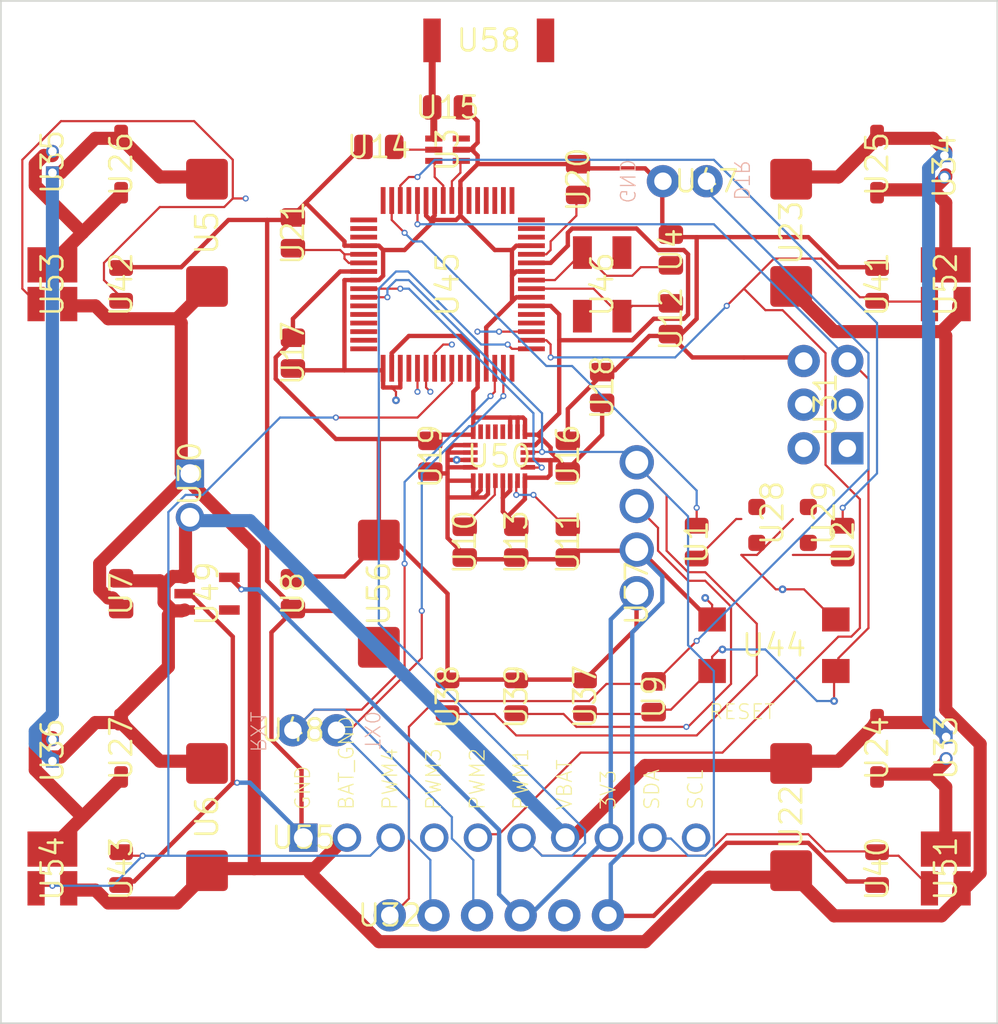
<source format=kicad_pcb>
(kicad_pcb (version 20171130) (host pcbnew "(5.1.4-0-10_14)")
  (layers (0 Top signal) (1 Route2 signal) (2 Route15 signal) (31 Bottom signal) (34 B.Paste user) (35 F.Paste user) (36 B.SilkS user) (37 F.SilkS user) (38 B.Mask user) (39 F.Mask user hide) (44 Edge.Cuts user))
  (net 0 "")
  (net 1 3V3)
  (net 2 GND)
  (net 3 VBAT)
  (net 4 BAT_GND)
  (net 5 "Net-(B1-Pad3)")
  (net 6 "Net-(B1-Pad4)")
  (net 7 "Net-(C3-Pad1)")
  (net 8 "Net-(C1-Pad1)")
  (net 9 "Net-(C2-Pad1)")
  (net 10 /PWM3)
  (net 11 /PWM2)
  (net 12 /PWM1)
  (net 13 /TX0)
  (net 14 /RX0)
  (net 15 /PWM4)
  (net 16 /MISO)
  (net 17 /MOSI)
  (net 18 /SCK)
  (net 19 /SDA)
  (net 20 /SCL)
  (net 21 "Net-(C4-Pad1)")
  (net 22 /RESET)
  (net 23 "Net-(D1-PadA)")
  (net 24 "Net-(C18-Pad1)")
  (net 25 "Net-(C19-Pad1)")
  (net 26 "Net-(B1-Pad2)")
  (net 27 "Net-(B1-Pad1)")
  (net 28 "Net-(D2-PadA)")
  (net 29 "Net-(D3-PadA)")
  (net 30 "Net-(D4-PadA)")
  (net 31 /DTR)
  (net 32 "Net-(D7-Pad1)")
  (net 33 "Net-(D8-Pad2)")
  (net 34 /LED2)
  (net 35 /LED1)
  (module quadcopter:LEDSC125X200X120-2_HS (layer Top) (at 166.5011 105.7536 270)
    (fp_text reference U29 (at -0.7 -0.9 270) (layer F.SilkS) (effects (font (size 1.27 1.27))))
    (fp_text value "" (at -0.7 -0.9 270) (layer F.SilkS) (effects (font (size 1.27 1.27))))
    (pad 1 smd roundrect (at -1.045 0 90) (size 0.94 0.99) (layers Top F.Mask) (roundrect_rratio 0.255) (net 2 GND))
    (pad 2 smd roundrect (at 1.045 0 270) (size 0.94 0.99) (layers Top F.Mask) (roundrect_rratio 0.255) (net 33 "Net-(D8-Pad2)"))
  )
  (module quadcopter:LEDSC125X200X120-2_HS (layer Top) (at 163.5011 105.7536 270)
    (fp_text reference U28 (at -0.7 -0.9 270) (layer F.SilkS) (effects (font (size 1.27 1.27))))
    (fp_text value "" (at -0.7 -0.9 270) (layer F.SilkS) (effects (font (size 1.27 1.27))))
    (pad 1 smd roundrect (at -1.045 0 90) (size 0.94 0.99) (layers Top F.Mask) (roundrect_rratio 0.255) (net 32 "Net-(D7-Pad1)"))
    (pad 2 smd roundrect (at 1.045 0 270) (size 0.94 0.99) (layers Top F.Mask) (roundrect_rratio 0.255) (net 2 GND))
  )
  (module quadcopter:FTDI_BASIC_2PIN_2 (layer Bottom) (at 159.3088 85.7504 180)
    (fp_text reference U47 (at -1.27 0 180) (layer F.SilkS) (effects (font (size 1.27 1.27))))
    (fp_text value "" (at -1.27 0 180) (layer F.SilkS) (effects (font (size 1.27 1.27))))
    (pad DTR thru_hole circle (at -1.27 0 90) (size 1.8796 1.8796) (drill 1.016) (layers *.Cu *.Mask) (net 31 /DTR))
    (pad CTS thru_hole circle (at 1.27 0 90) (size 1.8796 1.8796) (drill 1.016) (layers *.Cu *.Mask) (net 2 GND))
  )
  (module quadcopter:HDRVR4W80P254_1X4_1066X254X850B (layer Top) (at 156.5148 105.918 90)
    (fp_text reference U57 (at -3.81 0 90) (layer F.SilkS) (effects (font (size 1.27 1.27))))
    (fp_text value "" (at -3.81 0 90) (layer F.SilkS) (effects (font (size 1.27 1.27))))
    (pad 4 thru_hole circle (at 3.81 0 90) (size 1.9971 1.9971) (drill 1.3314) (layers *.Cu *.Mask) (net 19 /SDA))
    (pad 3 thru_hole circle (at 1.27 0 90) (size 1.9971 1.9971) (drill 1.3314) (layers *.Cu *.Mask) (net 20 /SCL))
    (pad 2 thru_hole circle (at -1.27 0 90) (size 1.9971 1.9971) (drill 1.3314) (layers *.Cu *.Mask) (net 2 GND))
    (pad 1 thru_hole circle (at -3.81 0 90) (size 1.9971 1.9971) (drill 1.3314) (layers *.Cu *.Mask) (net 1 3V3))
  )
  (module quadcopter:FTDI_BASIC (layer Top) (at 148.4884 128.4732)
    (fp_text reference U32 (at -6.35 0) (layer F.SilkS) (effects (font (size 1.27 1.27))))
    (fp_text value "" (at -6.35 0) (layer F.SilkS) (effects (font (size 1.27 1.27))))
    (pad VCC thru_hole circle (at 1.27 0 90) (size 1.8796 1.8796) (drill 1.016) (layers *.Cu *.Mask) (net 1 3V3))
    (pad TXO thru_hole circle (at -1.27 0 90) (size 1.8796 1.8796) (drill 1.016) (layers *.Cu *.Mask) (net 14 /RX0))
    (pad RXI thru_hole circle (at -3.81 0 90) (size 1.8796 1.8796) (drill 1.016) (layers *.Cu *.Mask) (net 13 /TX0))
    (pad GND thru_hole circle (at 6.35 0 90) (size 1.8796 1.8796) (drill 1.016) (layers *.Cu *.Mask) (net 2 GND))
    (pad DTR thru_hole circle (at -6.35 0 90) (size 1.8796 1.8796) (drill 1.016) (layers *.Cu *.Mask) (net 31 /DTR))
    (pad CTS thru_hole circle (at 3.81 0 90) (size 1.8796 1.8796) (drill 1.016) (layers *.Cu *.Mask))
  )
  (module quadcopter:HDRV10W63P254_10X1_2540X254H838_HS (layer Top) (at 148.5392 123.952)
    (fp_text reference U55 (at -11.43 0) (layer F.SilkS) (effects (font (size 1.27 1.27))))
    (fp_text value "" (at -11.43 0) (layer F.SilkS) (effects (font (size 1.27 1.27))))
    (pad 9 thru_hole circle (at 8.89 0) (size 1.65 1.65) (drill 1.1) (layers *.Cu *.Mask) (net 19 /SDA))
    (pad 8 thru_hole circle (at 6.35 0) (size 1.65 1.65) (drill 1.1) (layers *.Cu *.Mask) (net 1 3V3))
    (pad 7 thru_hole circle (at 3.81 0) (size 1.65 1.65) (drill 1.1) (layers *.Cu *.Mask) (net 3 VBAT))
    (pad 6 thru_hole circle (at 1.27 0) (size 1.65 1.65) (drill 1.1) (layers *.Cu *.Mask) (net 12 /PWM1))
    (pad 5 thru_hole circle (at -1.27 0) (size 1.65 1.65) (drill 1.1) (layers *.Cu *.Mask) (net 11 /PWM2))
    (pad 4 thru_hole circle (at -3.81 0) (size 1.65 1.65) (drill 1.1) (layers *.Cu *.Mask) (net 10 /PWM3))
    (pad 3 thru_hole circle (at -6.35 0) (size 1.65 1.65) (drill 1.1) (layers *.Cu *.Mask) (net 15 /PWM4))
    (pad 2 thru_hole circle (at -8.89 0) (size 1.65 1.65) (drill 1.1) (layers *.Cu *.Mask) (net 4 BAT_GND))
    (pad 10 thru_hole circle (at 11.43 0) (size 1.65 1.65) (drill 1.1) (layers *.Cu *.Mask) (net 20 /SCL))
    (pad 1 thru_hole rect (at -11.43 0) (size 1.65 1.65) (drill 1.1) (layers *.Cu *.Mask) (net 2 GND))
  )
  (module quadcopter:MALE_HEADER_2X1_0.1IN (layer Top) (at 130.5052 104.0384 270)
    (fp_text reference U30 (at -1.27 0 270) (layer F.SilkS) (effects (font (size 1.27 1.27))))
    (fp_text value "" (at -1.27 0 270) (layer F.SilkS) (effects (font (size 1.27 1.27))))
    (pad 2 thru_hole circle (at 1.27 0 350) (size 1.65 1.65) (drill 1.1) (layers *.Cu *.Mask) (net 3 VBAT))
    (pad 1 thru_hole rect (at -1.27 0 270) (size 1.65 1.65) (drill 1.1) (layers *.Cu *.Mask) (net 4 BAT_GND))
  )
  (module quadcopter:FTDI_BASIC_2PIN_1 (layer Bottom) (at 137.7696 117.7036)
    (fp_text reference U48 (at -1.27 0) (layer F.SilkS) (effects (font (size 1.27 1.27))))
    (fp_text value "" (at -1.27 0) (layer F.SilkS) (effects (font (size 1.27 1.27))))
    (pad TXO thru_hole circle (at -1.27 0 270) (size 1.8796 1.8796) (drill 1.016) (layers *.Cu *.Mask) (net 14 /RX0))
    (pad RXI thru_hole circle (at 1.27 0 270) (size 1.8796 1.8796) (drill 1.016) (layers *.Cu *.Mask) (net 13 /TX0))
  )
  (module quadcopter:MOLEX-0530470210 (layer Top) (at 175.1584 118.7196 90)
    (fp_text reference U33 (at 0 -0.635 90) (layer F.SilkS) (effects (font (size 1.27 1.27))))
    (fp_text value "" (at 0 -0.635 90) (layer F.SilkS) (effects (font (size 1.27 1.27))))
    (pad 2 thru_hole circle (at -0.625 -0.635 90) (size 0.75 0.75) (drill 0.5) (layers *.Cu *.Mask) (net 23 "Net-(D1-PadA)"))
    (pad 1 thru_hole rect (at 0.625 -0.635 90) (size 0.75 0.75) (drill 0.5) (layers *.Cu *.Mask) (net 3 VBAT))
  )
  (module quadcopter:MOLEX-0530470210 (layer Top) (at 175.0568 84.8868 90)
    (fp_text reference U34 (at 0 -0.635 90) (layer F.SilkS) (effects (font (size 1.27 1.27))))
    (fp_text value "" (at 0 -0.635 90) (layer F.SilkS) (effects (font (size 1.27 1.27))))
    (pad 2 thru_hole circle (at -0.625 -0.635 90) (size 0.75 0.75) (drill 0.5) (layers *.Cu *.Mask) (net 28 "Net-(D2-PadA)"))
    (pad 1 thru_hole rect (at 0.625 -0.635 90) (size 0.75 0.75) (drill 0.5) (layers *.Cu *.Mask) (net 3 VBAT))
  )
  (module quadcopter:MOLEX-0530470210 (layer Top) (at 121.8692 118.872 270)
    (fp_text reference U36 (at 0 -0.635 270) (layer F.SilkS) (effects (font (size 1.27 1.27))))
    (fp_text value "" (at 0 -0.635 270) (layer F.SilkS) (effects (font (size 1.27 1.27))))
    (pad 2 thru_hole circle (at -0.625 -0.635 270) (size 0.75 0.75) (drill 0.5) (layers *.Cu *.Mask) (net 30 "Net-(D4-PadA)"))
    (pad 1 thru_hole rect (at 0.625 -0.635 270) (size 0.75 0.75) (drill 0.5) (layers *.Cu *.Mask) (net 3 VBAT))
  )
  (module quadcopter:MOLEX-0530470210 (layer Top) (at 121.8692 84.6328 270)
    (fp_text reference U35 (at 0 -0.635 270) (layer F.SilkS) (effects (font (size 1.27 1.27))))
    (fp_text value "" (at 0 -0.635 270) (layer F.SilkS) (effects (font (size 1.27 1.27))))
    (pad 2 thru_hole circle (at -0.625 -0.635 270) (size 0.75 0.75) (drill 0.5) (layers *.Cu *.Mask) (net 29 "Net-(D3-PadA)"))
    (pad 1 thru_hole rect (at 0.625 -0.635 270) (size 0.75 0.75) (drill 0.5) (layers *.Cu *.Mask) (net 3 VBAT))
  )
  (module quadcopter:RESC2012X60_HS (layer Top) (at 160.0011 106.7536 90)
    (fp_text reference U1 (at 0 0 90) (layer F.SilkS) (effects (font (size 1.27 1.27))))
    (fp_text value "" (at 0 0 90) (layer F.SilkS) (effects (font (size 1.27 1.27))))
    (pad 1 smd roundrect (at -0.955 0 270) (size 0.92 1.38) (layers Top F.Mask) (net 32 "Net-(D7-Pad1)"))
    (pad 2 smd roundrect (at 0.955 0 90) (size 0.92 1.38) (layers Top F.Mask) (net 34 /LED2))
  )
  (module quadcopter:RESC2012X60_HS (layer Top) (at 168.5011 106.7536 90)
    (fp_text reference U2 (at 0 0 90) (layer F.SilkS) (effects (font (size 1.27 1.27))))
    (fp_text value "" (at 0 0 90) (layer F.SilkS) (effects (font (size 1.27 1.27))))
    (pad 1 smd roundrect (at -0.955 0 270) (size 0.92 1.38) (layers Top F.Mask) (net 33 "Net-(D8-Pad2)"))
    (pad 2 smd roundrect (at 0.955 0 90) (size 0.92 1.38) (layers Top F.Mask) (net 35 /LED1))
  )
  (module quadcopter:BALUN (layer Top) (at 145.5011 83.9162 270)
    (fp_text reference U3 (at 0 0 270) (layer F.SilkS) (effects (font (size 1.27 1.27))))
    (fp_text value "" (at 0 0 270) (layer F.SilkS) (effects (font (size 1.27 1.27))))
    (pad 6 smd rect (at -0.65 -0.8 270) (size 0.35 1) (layers Top F.Paste F.Mask))
    (pad 5 smd rect (at 0 -0.8 270) (size 0.35 1) (layers Top F.Paste F.Mask) (net 2 GND))
    (pad 4 smd rect (at 0.65 -0.8 270) (size 0.35 1) (layers Top F.Paste F.Mask) (net 6 "Net-(B1-Pad4)"))
    (pad 3 smd rect (at 0.65 0.8 270) (size 0.35 1) (layers Top F.Paste F.Mask) (net 5 "Net-(B1-Pad3)"))
    (pad 2 smd rect (at 0 0.8 270) (size 0.35 1) (layers Top F.Paste F.Mask) (net 26 "Net-(B1-Pad2)"))
    (pad 1 smd rect (at -0.65 0.8 270) (size 0.35 1) (layers Top F.Paste F.Mask) (net 27 "Net-(B1-Pad1)"))
  )
  (module quadcopter:CAPC2012X140_HS (layer Top) (at 158.5011 89.7536 90)
    (fp_text reference U4 (at 0 0 90) (layer F.SilkS) (effects (font (size 1.27 1.27))))
    (fp_text value "" (at 0 0 90) (layer F.SilkS) (effects (font (size 1.27 1.27))))
    (pad 2 smd roundrect (at 0.895 0 90) (size 1.08 1.42) (layers Top F.Mask) (roundrect_rratio 0.23) (net 2 GND))
    (pad 1 smd roundrect (at -0.895 0 270) (size 1.08 1.42) (layers Top F.Mask) (roundrect_rratio 0.23) (net 8 "Net-(C1-Pad1)"))
  )
  (module quadcopter:CAPMP7343X310_HS (layer Top) (at 131.5011 88.7536 270)
    (fp_text reference U5 (at 0 0 270) (layer F.SilkS) (effects (font (size 1.27 1.27))))
    (fp_text value "" (at 0 0 270) (layer F.SilkS) (effects (font (size 1.27 1.27))))
    (pad 2 smd roundrect (at 3.12 0 270) (size 2.37 2.43) (layers Top F.Mask) (roundrect_rratio 0.105) (net 4 BAT_GND))
    (pad 1 smd roundrect (at -3.12 0 90) (size 2.37 2.43) (layers Top F.Mask) (roundrect_rratio 0.105) (net 3 VBAT))
  )
  (module quadcopter:CAPMP7343X310_HS (layer Top) (at 131.5011 122.7536 270)
    (fp_text reference U6 (at 0 0 270) (layer F.SilkS) (effects (font (size 1.27 1.27))))
    (fp_text value "" (at 0 0 270) (layer F.SilkS) (effects (font (size 1.27 1.27))))
    (pad 2 smd roundrect (at 3.12 0 270) (size 2.37 2.43) (layers Top F.Mask) (roundrect_rratio 0.105) (net 4 BAT_GND))
    (pad 1 smd roundrect (at -3.12 0 90) (size 2.37 2.43) (layers Top F.Mask) (roundrect_rratio 0.105) (net 3 VBAT))
  )
  (module quadcopter:CAPC2012X140_HS (layer Top) (at 126.5011 109.7536 270)
    (fp_text reference U7 (at 0 0 270) (layer F.SilkS) (effects (font (size 1.27 1.27))))
    (fp_text value "" (at 0 0 270) (layer F.SilkS) (effects (font (size 1.27 1.27))))
    (pad 2 smd roundrect (at 0.895 0 270) (size 1.08 1.42) (layers Top F.Mask) (roundrect_rratio 0.23) (net 4 BAT_GND))
    (pad 1 smd roundrect (at -0.895 0 90) (size 1.08 1.42) (layers Top F.Mask) (roundrect_rratio 0.23) (net 3 VBAT))
  )
  (module quadcopter:CAPC2012X140_HS (layer Top) (at 136.5011 109.7536 270)
    (fp_text reference U8 (at 0 0 270) (layer F.SilkS) (effects (font (size 1.27 1.27))))
    (fp_text value "" (at 0 0 270) (layer F.SilkS) (effects (font (size 1.27 1.27))))
    (pad 2 smd roundrect (at 0.895 0 270) (size 1.08 1.42) (layers Top F.Mask) (roundrect_rratio 0.23) (net 2 GND))
    (pad 1 smd roundrect (at -0.895 0 90) (size 1.08 1.42) (layers Top F.Mask) (roundrect_rratio 0.23) (net 1 3V3))
  )
  (module quadcopter:CAPC2012X140_HS (layer Top) (at 157.5011 115.7536 270)
    (fp_text reference U9 (at 0 0 270) (layer F.SilkS) (effects (font (size 1.27 1.27))))
    (fp_text value "" (at 0 0 270) (layer F.SilkS) (effects (font (size 1.27 1.27))))
    (pad 2 smd roundrect (at 0.895 0 270) (size 1.08 1.42) (layers Top F.Mask) (roundrect_rratio 0.23) (net 22 /RESET))
    (pad 1 smd roundrect (at -0.895 0 90) (size 1.08 1.42) (layers Top F.Mask) (roundrect_rratio 0.23) (net 31 /DTR))
  )
  (module quadcopter:CAPC2012X140_HS (layer Top) (at 146.5011 106.7536 270)
    (fp_text reference U10 (at 0 0 270) (layer F.SilkS) (effects (font (size 1.27 1.27))))
    (fp_text value "" (at 0 0 270) (layer F.SilkS) (effects (font (size 1.27 1.27))))
    (pad 2 smd roundrect (at 0.895 0 270) (size 1.08 1.42) (layers Top F.Mask) (roundrect_rratio 0.23) (net 2 GND))
    (pad 1 smd roundrect (at -0.895 0 90) (size 1.08 1.42) (layers Top F.Mask) (roundrect_rratio 0.23) (net 24 "Net-(C18-Pad1)"))
  )
  (module quadcopter:CAPC2012X140_HS (layer Top) (at 152.5011 106.7536 270)
    (fp_text reference U11 (at 0 0 270) (layer F.SilkS) (effects (font (size 1.27 1.27))))
    (fp_text value "" (at 0 0 270) (layer F.SilkS) (effects (font (size 1.27 1.27))))
    (pad 2 smd roundrect (at 0.895 0 270) (size 1.08 1.42) (layers Top F.Mask) (roundrect_rratio 0.23) (net 2 GND))
    (pad 1 smd roundrect (at -0.895 0 90) (size 1.08 1.42) (layers Top F.Mask) (roundrect_rratio 0.23) (net 25 "Net-(C19-Pad1)"))
  )
  (module quadcopter:CAPC2012X140_HS (layer Top) (at 158.5011 93.7536 270)
    (fp_text reference U12 (at 0 0 270) (layer F.SilkS) (effects (font (size 1.27 1.27))))
    (fp_text value "" (at 0 0 270) (layer F.SilkS) (effects (font (size 1.27 1.27))))
    (pad 2 smd roundrect (at 0.895 0 270) (size 1.08 1.42) (layers Top F.Mask) (roundrect_rratio 0.23) (net 2 GND))
    (pad 1 smd roundrect (at -0.895 0 90) (size 1.08 1.42) (layers Top F.Mask) (roundrect_rratio 0.23) (net 9 "Net-(C2-Pad1)"))
  )
  (module quadcopter:CAPC2012X140_HS (layer Top) (at 149.5011 106.7536 270)
    (fp_text reference U13 (at 0 0 270) (layer F.SilkS) (effects (font (size 1.27 1.27))))
    (fp_text value "" (at 0 0 270) (layer F.SilkS) (effects (font (size 1.27 1.27))))
    (pad 2 smd roundrect (at 0.895 0 270) (size 1.08 1.42) (layers Top F.Mask) (roundrect_rratio 0.23) (net 2 GND))
    (pad 1 smd roundrect (at -0.895 0 90) (size 1.08 1.42) (layers Top F.Mask) (roundrect_rratio 0.23) (net 1 3V3))
  )
  (module quadcopter:CAPC2012X140_HS (layer Top) (at 141.5011 83.7536 180)
    (fp_text reference U14 (at 0 0 180) (layer F.SilkS) (effects (font (size 1.27 1.27))))
    (fp_text value "" (at 0 0 180) (layer F.SilkS) (effects (font (size 1.27 1.27))))
    (pad 2 smd roundrect (at 0.895 0 180) (size 1.08 1.42) (layers Top F.Mask) (roundrect_rratio 0.23) (net 2 GND))
    (pad 1 smd roundrect (at -0.895 0) (size 1.08 1.42) (layers Top F.Mask) (roundrect_rratio 0.23) (net 26 "Net-(B1-Pad2)"))
  )
  (module quadcopter:CAPC2012X140_HS (layer Top) (at 145.5011 81.4536)
    (fp_text reference U15 (at 0 0) (layer F.SilkS) (effects (font (size 1.27 1.27))))
    (fp_text value "" (at 0 0) (layer F.SilkS) (effects (font (size 1.27 1.27))))
    (pad 2 smd roundrect (at 0.895 0) (size 1.08 1.42) (layers Top F.Mask) (roundrect_rratio 0.23) (net 2 GND))
    (pad 1 smd roundrect (at -0.895 0 180) (size 1.08 1.42) (layers Top F.Mask) (roundrect_rratio 0.23) (net 27 "Net-(B1-Pad1)"))
  )
  (module quadcopter:CAPC2012X140_HS (layer Top) (at 152.5011 101.7536 90)
    (fp_text reference U16 (at 0 0 90) (layer F.SilkS) (effects (font (size 1.27 1.27))))
    (fp_text value "" (at 0 0 90) (layer F.SilkS) (effects (font (size 1.27 1.27))))
    (pad 2 smd roundrect (at 0.895 0 90) (size 1.08 1.42) (layers Top F.Mask) (roundrect_rratio 0.23) (net 2 GND))
    (pad 1 smd roundrect (at -0.895 0 270) (size 1.08 1.42) (layers Top F.Mask) (roundrect_rratio 0.23) (net 1 3V3))
  )
  (module quadcopter:CAPC2012X140_HS (layer Top) (at 136.5011 95.7536 270)
    (fp_text reference U17 (at 0 0 270) (layer F.SilkS) (effects (font (size 1.27 1.27))))
    (fp_text value "" (at 0 0 270) (layer F.SilkS) (effects (font (size 1.27 1.27))))
    (pad 2 smd roundrect (at 0.895 0 270) (size 1.08 1.42) (layers Top F.Mask) (roundrect_rratio 0.23) (net 2 GND))
    (pad 1 smd roundrect (at -0.895 0 90) (size 1.08 1.42) (layers Top F.Mask) (roundrect_rratio 0.23) (net 1 3V3))
  )
  (module quadcopter:CAPC2012X140_HS (layer Top) (at 154.5011 97.7536 90)
    (fp_text reference U18 (at 0 0 90) (layer F.SilkS) (effects (font (size 1.27 1.27))))
    (fp_text value "" (at 0 0 90) (layer F.SilkS) (effects (font (size 1.27 1.27))))
    (pad 2 smd roundrect (at 0.895 0 90) (size 1.08 1.42) (layers Top F.Mask) (roundrect_rratio 0.23) (net 2 GND))
    (pad 1 smd roundrect (at -0.895 0 270) (size 1.08 1.42) (layers Top F.Mask) (roundrect_rratio 0.23) (net 1 3V3))
  )
  (module quadcopter:CAPC2012X140_HS (layer Top) (at 144.5011 101.7536 270)
    (fp_text reference U19 (at 0 0 270) (layer F.SilkS) (effects (font (size 1.27 1.27))))
    (fp_text value "" (at 0 0 270) (layer F.SilkS) (effects (font (size 1.27 1.27))))
    (pad 2 smd roundrect (at 0.895 0 270) (size 1.08 1.42) (layers Top F.Mask) (roundrect_rratio 0.23) (net 2 GND))
    (pad 1 smd roundrect (at -0.895 0 90) (size 1.08 1.42) (layers Top F.Mask) (roundrect_rratio 0.23) (net 1 3V3))
  )
  (module quadcopter:CAPC2012X140_HS (layer Top) (at 153.1011 85.6536 90)
    (fp_text reference U20 (at 0 0 90) (layer F.SilkS) (effects (font (size 1.27 1.27))))
    (fp_text value "" (at 0 0 90) (layer F.SilkS) (effects (font (size 1.27 1.27))))
    (pad 2 smd roundrect (at 0.895 0 90) (size 1.08 1.42) (layers Top F.Mask) (roundrect_rratio 0.23) (net 2 GND))
    (pad 1 smd roundrect (at -0.895 0 270) (size 1.08 1.42) (layers Top F.Mask) (roundrect_rratio 0.23) (net 7 "Net-(C3-Pad1)"))
  )
  (module quadcopter:CAPC2012X140_HS (layer Top) (at 136.5011 88.7536 90)
    (fp_text reference U21 (at 0 0 90) (layer F.SilkS) (effects (font (size 1.27 1.27))))
    (fp_text value "" (at 0 0 90) (layer F.SilkS) (effects (font (size 1.27 1.27))))
    (pad 2 smd roundrect (at 0.895 0 90) (size 1.08 1.42) (layers Top F.Mask) (roundrect_rratio 0.23) (net 2 GND))
    (pad 1 smd roundrect (at -0.895 0 270) (size 1.08 1.42) (layers Top F.Mask) (roundrect_rratio 0.23) (net 21 "Net-(C4-Pad1)"))
  )
  (module quadcopter:CAPMP7343X310_HS (layer Top) (at 165.5011 122.7536 270)
    (fp_text reference U22 (at 0 0 270) (layer F.SilkS) (effects (font (size 1.27 1.27))))
    (fp_text value "" (at 0 0 270) (layer F.SilkS) (effects (font (size 1.27 1.27))))
    (pad 2 smd roundrect (at 3.12 0 270) (size 2.37 2.43) (layers Top F.Mask) (roundrect_rratio 0.105) (net 4 BAT_GND))
    (pad 1 smd roundrect (at -3.12 0 90) (size 2.37 2.43) (layers Top F.Mask) (roundrect_rratio 0.105) (net 3 VBAT))
  )
  (module quadcopter:CAPMP7343X310_HS (layer Top) (at 165.5011 88.7536 270)
    (fp_text reference U23 (at 0 0 270) (layer F.SilkS) (effects (font (size 1.27 1.27))))
    (fp_text value "" (at 0 0 270) (layer F.SilkS) (effects (font (size 1.27 1.27))))
    (pad 2 smd roundrect (at 3.12 0 270) (size 2.37 2.43) (layers Top F.Mask) (roundrect_rratio 0.105) (net 4 BAT_GND))
    (pad 1 smd roundrect (at -3.12 0 90) (size 2.37 2.43) (layers Top F.Mask) (roundrect_rratio 0.105) (net 3 VBAT))
  )
  (module quadcopter:SOD3716X135_HS (layer Top) (at 170.5011 118.7536 270)
    (fp_text reference U24 (at 0 0 270) (layer F.SilkS) (effects (font (size 1.27 1.27))))
    (fp_text value "" (at 0 0 270) (layer F.SilkS) (effects (font (size 1.27 1.27))))
    (pad C smd roundrect (at -1.665 0 90) (size 1.25 0.8) (layers Top F.Mask) (net 3 VBAT))
    (pad A smd roundrect (at 1.665 0 270) (size 1.25 0.8) (layers Top F.Mask) (net 23 "Net-(D1-PadA)"))
  )
  (module quadcopter:SOD3716X135_HS (layer Top) (at 170.5011 84.7536 270)
    (fp_text reference U25 (at 0 0 270) (layer F.SilkS) (effects (font (size 1.27 1.27))))
    (fp_text value "" (at 0 0 270) (layer F.SilkS) (effects (font (size 1.27 1.27))))
    (pad C smd roundrect (at -1.665 0 90) (size 1.25 0.8) (layers Top F.Mask) (net 3 VBAT))
    (pad A smd roundrect (at 1.665 0 270) (size 1.25 0.8) (layers Top F.Mask) (net 28 "Net-(D2-PadA)"))
  )
  (module quadcopter:SOD3716X135_HS (layer Top) (at 126.5011 84.7536 270)
    (fp_text reference U26 (at 0 0 270) (layer F.SilkS) (effects (font (size 1.27 1.27))))
    (fp_text value "" (at 0 0 270) (layer F.SilkS) (effects (font (size 1.27 1.27))))
    (pad C smd roundrect (at -1.665 0 90) (size 1.25 0.8) (layers Top F.Mask) (net 3 VBAT))
    (pad A smd roundrect (at 1.665 0 270) (size 1.25 0.8) (layers Top F.Mask) (net 29 "Net-(D3-PadA)"))
  )
  (module quadcopter:SOD3716X135_HS (layer Top) (at 126.5011 118.7536 270)
    (fp_text reference U27 (at 0 0 270) (layer F.SilkS) (effects (font (size 1.27 1.27))))
    (fp_text value "" (at 0 0 270) (layer F.SilkS) (effects (font (size 1.27 1.27))))
    (pad C smd roundrect (at -1.665 0 90) (size 1.25 0.8) (layers Top F.Mask) (net 3 VBAT))
    (pad A smd roundrect (at 1.665 0 270) (size 1.25 0.8) (layers Top F.Mask) (net 30 "Net-(D4-PadA)"))
  )
  (module quadcopter:2X3-NS (layer Top) (at 167.5011 98.7536 90)
    (fp_text reference U31 (at 0 0 90) (layer F.SilkS) (effects (font (size 1.27 1.27))))
    (fp_text value "" (at 0 0 90) (layer F.SilkS) (effects (font (size 1.27 1.27))))
    (pad 6 thru_hole circle (at 2.54 -1.27 90) (size 1.8796 1.8796) (drill 1.016) (layers *.Cu *.Mask) (net 2 GND))
    (pad 5 thru_hole circle (at 2.54 1.27 90) (size 1.8796 1.8796) (drill 1.016) (layers *.Cu *.Mask) (net 22 /RESET))
    (pad 4 thru_hole circle (at 0 -1.27 90) (size 1.8796 1.8796) (drill 1.016) (layers *.Cu *.Mask) (net 17 /MOSI))
    (pad 3 thru_hole circle (at 0 1.27 90) (size 1.8796 1.8796) (drill 1.016) (layers *.Cu *.Mask) (net 18 /SCK))
    (pad 2 thru_hole circle (at -2.54 -1.27 90) (size 1.8796 1.8796) (drill 1.016) (layers *.Cu *.Mask))
    (pad 1 thru_hole rect (at -2.54 1.27 90) (size 1.8796 1.8796) (drill 1.016) (layers *.Cu *.Mask) (net 16 /MISO))
  )
  (module quadcopter:RESC2012X60_HS (layer Top) (at 153.5011 115.7536 90)
    (fp_text reference U37 (at 0 0 90) (layer F.SilkS) (effects (font (size 1.27 1.27))))
    (fp_text value "" (at 0 0 90) (layer F.SilkS) (effects (font (size 1.27 1.27))))
    (pad 1 smd roundrect (at -0.955 0 270) (size 0.92 1.38) (layers Top F.Mask) (net 22 /RESET))
    (pad 2 smd roundrect (at 0.955 0 90) (size 0.92 1.38) (layers Top F.Mask) (net 1 3V3))
  )
  (module quadcopter:RESC2012X60_HS (layer Top) (at 145.5011 115.7536 90)
    (fp_text reference U38 (at 0 0 90) (layer F.SilkS) (effects (font (size 1.27 1.27))))
    (fp_text value "" (at 0 0 90) (layer F.SilkS) (effects (font (size 1.27 1.27))))
    (pad 1 smd roundrect (at -0.955 0 270) (size 0.92 1.38) (layers Top F.Mask) (net 19 /SDA))
    (pad 2 smd roundrect (at 0.955 0 90) (size 0.92 1.38) (layers Top F.Mask) (net 1 3V3))
  )
  (module quadcopter:RESC2012X60_HS (layer Top) (at 149.5011 115.7536 90)
    (fp_text reference U39 (at 0 0 90) (layer F.SilkS) (effects (font (size 1.27 1.27))))
    (fp_text value "" (at 0 0 90) (layer F.SilkS) (effects (font (size 1.27 1.27))))
    (pad 1 smd roundrect (at -0.955 0 270) (size 0.92 1.38) (layers Top F.Mask) (net 20 /SCL))
    (pad 2 smd roundrect (at 0.955 0 90) (size 0.92 1.38) (layers Top F.Mask) (net 1 3V3))
  )
  (module quadcopter:RESC2012X60_HS (layer Top) (at 170.5011 125.7536 270)
    (fp_text reference U40 (at 0 0 270) (layer F.SilkS) (effects (font (size 1.27 1.27))))
    (fp_text value "" (at 0 0 270) (layer F.SilkS) (effects (font (size 1.27 1.27))))
    (pad 1 smd roundrect (at -0.955 0 90) (size 0.92 1.38) (layers Top F.Mask) (net 12 /PWM1))
    (pad 2 smd roundrect (at 0.955 0 270) (size 0.92 1.38) (layers Top F.Mask) (net 2 GND))
  )
  (module quadcopter:RESC2012X60_HS (layer Top) (at 170.5011 91.7536 90)
    (fp_text reference U41 (at 0 0 90) (layer F.SilkS) (effects (font (size 1.27 1.27))))
    (fp_text value "" (at 0 0 90) (layer F.SilkS) (effects (font (size 1.27 1.27))))
    (pad 1 smd roundrect (at -0.955 0 270) (size 0.92 1.38) (layers Top F.Mask) (net 11 /PWM2))
    (pad 2 smd roundrect (at 0.955 0 90) (size 0.92 1.38) (layers Top F.Mask) (net 2 GND))
  )
  (module quadcopter:RESC2012X60_HS (layer Top) (at 126.5011 91.7536 90)
    (fp_text reference U42 (at 0 0 90) (layer F.SilkS) (effects (font (size 1.27 1.27))))
    (fp_text value "" (at 0 0 90) (layer F.SilkS) (effects (font (size 1.27 1.27))))
    (pad 1 smd roundrect (at -0.955 0 270) (size 0.92 1.38) (layers Top F.Mask) (net 10 /PWM3))
    (pad 2 smd roundrect (at 0.955 0 90) (size 0.92 1.38) (layers Top F.Mask) (net 2 GND))
  )
  (module quadcopter:RESC2012X60_HS (layer Top) (at 126.5011 125.7536 270)
    (fp_text reference U43 (at 0 0 270) (layer F.SilkS) (effects (font (size 1.27 1.27))))
    (fp_text value "" (at 0 0 270) (layer F.SilkS) (effects (font (size 1.27 1.27))))
    (pad 1 smd roundrect (at -0.955 0 90) (size 0.92 1.38) (layers Top F.Mask) (net 15 /PWM4))
    (pad 2 smd roundrect (at 0.955 0 270) (size 0.92 1.38) (layers Top F.Mask) (net 2 GND))
  )
  (module quadcopter:4.5MM_TACTILE_SWITCH_TL3305AF160QG (layer Top) (at 164.5011 112.7536 180)
    (fp_text reference U44 (at 0 0 180) (layer F.SilkS) (effects (font (size 1.27 1.27))))
    (fp_text value "" (at 0 0 180) (layer F.SilkS) (effects (font (size 1.27 1.27))))
    (pad 4 smd rect (at 3.6 -1.5 270) (size 1.4 1.6) (layers Top F.Paste F.Mask) (net 22 /RESET))
    (pad 3 smd rect (at -3.6 -1.5 270) (size 1.4 1.6) (layers Top F.Paste F.Mask) (net 22 /RESET))
    (pad 2 smd rect (at 3.6 1.5 270) (size 1.4 1.6) (layers Top F.Paste F.Mask) (net 2 GND))
    (pad 1 smd rect (at -3.6 1.5 270) (size 1.4 1.6) (layers Top F.Paste F.Mask) (net 2 GND))
  )
  (module quadcopter:QFN-64 (layer Top) (at 145.5011 91.7536 270)
    (fp_text reference U45 (at 0 0 270) (layer F.SilkS) (effects (font (size 1.27 1.27))))
    (fp_text value "" (at 0 0 270) (layer F.SilkS) (effects (font (size 1.27 1.27))))
    (pad 9 smd rect (at -4.881 0.25 180) (size 0.28 1.562) (layers Top F.Paste F.Mask) (net 5 "Net-(B1-Pad3)"))
    (pad 8 smd rect (at -4.881 -0.25 180) (size 0.28 1.562) (layers Top F.Paste F.Mask) (net 6 "Net-(B1-Pad4)"))
    (pad 7 smd rect (at -4.881 -0.75 180) (size 0.28 1.562) (layers Top F.Paste F.Mask) (net 2 GND))
    (pad 64 smd rect (at -3.75 -4.881 270) (size 0.28 1.562) (layers Top F.Paste F.Mask))
    (pad 63 smd rect (at -3.25 -4.881 270) (size 0.28 1.562) (layers Top F.Paste F.Mask))
    (pad 62 smd rect (at -2.75 -4.881 270) (size 0.28 1.562) (layers Top F.Paste F.Mask))
    (pad 61 smd rect (at -2.25 -4.881 270) (size 0.28 1.562) (layers Top F.Paste F.Mask) (net 2 GND))
    (pad 60 smd rect (at -1.75 -4.881 270) (size 0.28 1.562) (layers Top F.Paste F.Mask) (net 7 "Net-(C3-Pad1)"))
    (pad 6 smd rect (at -4.881 -1.25 180) (size 0.28 1.562) (layers Top F.Paste F.Mask))
    (pad 59 smd rect (at -1.25 -4.881 270) (size 0.28 1.562) (layers Top F.Paste F.Mask) (net 1 3V3))
    (pad 58 smd rect (at -0.75 -4.881 270) (size 0.28 1.562) (layers Top F.Paste F.Mask) (net 2 GND))
    (pad 57 smd rect (at -0.25 -4.881 270) (size 0.28 1.562) (layers Top F.Paste F.Mask) (net 8 "Net-(C1-Pad1)"))
    (pad 56 smd rect (at 0.25 -4.881 270) (size 0.28 1.562) (layers Top F.Paste F.Mask) (net 9 "Net-(C2-Pad1)"))
    (pad 55 smd rect (at 0.75 -4.881 270) (size 0.28 1.562) (layers Top F.Paste F.Mask) (net 2 GND))
    (pad 54 smd rect (at 1.25 -4.881 270) (size 0.28 1.562) (layers Top F.Paste F.Mask) (net 1 3V3))
    (pad 53 smd rect (at 1.75 -4.881 270) (size 0.28 1.562) (layers Top F.Paste F.Mask))
    (pad 52 smd rect (at 2.25 -4.881 270) (size 0.28 1.562) (layers Top F.Paste F.Mask))
    (pad 51 smd rect (at 2.75 -4.881 270) (size 0.28 1.562) (layers Top F.Paste F.Mask) (net 10 /PWM3))
    (pad 50 smd rect (at 3.25 -4.881 270) (size 0.28 1.562) (layers Top F.Paste F.Mask) (net 11 /PWM2))
    (pad 5 smd rect (at -4.881 -1.75 180) (size 0.28 1.562) (layers Top F.Paste F.Mask))
    (pad 49 smd rect (at 3.75 -4.881 270) (size 0.28 1.562) (layers Top F.Paste F.Mask) (net 12 /PWM1))
    (pad 48 smd rect (at 4.881 -3.75) (size 0.28 1.562) (layers Top F.Paste F.Mask))
    (pad 47 smd rect (at 4.881 -3.25) (size 0.28 1.562) (layers Top F.Paste F.Mask) (net 13 /TX0))
    (pad 46 smd rect (at 4.881 -2.75) (size 0.28 1.562) (layers Top F.Paste F.Mask) (net 14 /RX0))
    (pad 45 smd rect (at 4.881 -2.25) (size 0.28 1.562) (layers Top F.Paste F.Mask) (net 2 GND))
    (pad 44 smd rect (at 4.881 -1.75) (size 0.28 1.562) (layers Top F.Paste F.Mask) (net 1 3V3))
    (pad 43 smd rect (at 4.881 -1.25) (size 0.28 1.562) (layers Top F.Paste F.Mask))
    (pad 42 smd rect (at 4.881 -0.75) (size 0.28 1.562) (layers Top F.Paste F.Mask))
    (pad 41 smd rect (at 4.881 -0.25) (size 0.28 1.562) (layers Top F.Paste F.Mask) (net 15 /PWM4))
    (pad 40 smd rect (at 4.881 0.25) (size 0.28 1.562) (layers Top F.Paste F.Mask))
    (pad 4 smd rect (at -4.881 -2.25 180) (size 0.28 1.562) (layers Top F.Paste F.Mask))
    (pad 39 smd rect (at 4.881 0.75) (size 0.28 1.562) (layers Top F.Paste F.Mask) (net 16 /MISO))
    (pad 38 smd rect (at 4.881 1.25) (size 0.28 1.562) (layers Top F.Paste F.Mask) (net 17 /MOSI))
    (pad 37 smd rect (at 4.881 1.75) (size 0.28 1.562) (layers Top F.Paste F.Mask) (net 18 /SCK))
    (pad 36 smd rect (at 4.881 2.25) (size 0.28 1.562) (layers Top F.Paste F.Mask))
    (pad 35 smd rect (at 4.881 2.75) (size 0.28 1.562) (layers Top F.Paste F.Mask) (net 2 GND))
    (pad 34 smd rect (at 4.881 3.25) (size 0.28 1.562) (layers Top F.Paste F.Mask) (net 1 3V3))
    (pad 33 smd rect (at 4.881 3.75) (size 0.28 1.562) (layers Top F.Paste F.Mask) (net 2 GND))
    (pad 32 smd rect (at 3.75 4.881 270) (size 0.28 1.562) (layers Top F.Paste F.Mask))
    (pad 31 smd rect (at 3.25 4.881 270) (size 0.28 1.562) (layers Top F.Paste F.Mask))
    (pad 30 smd rect (at 2.75 4.881 270) (size 0.28 1.562) (layers Top F.Paste F.Mask))
    (pad 3 smd rect (at -4.881 -2.75 180) (size 0.28 1.562) (layers Top F.Paste F.Mask))
    (pad 29 smd rect (at 2.25 4.881 270) (size 0.28 1.562) (layers Top F.Paste F.Mask))
    (pad 28 smd rect (at 1.75 4.881 90) (size 0.28 1.562) (layers Top F.Paste F.Mask))
    (pad 27 smd rect (at 1.25 4.881 90) (size 0.28 1.562) (layers Top F.Paste F.Mask))
    (pad 26 smd rect (at 0.75 4.881 90) (size 0.28 1.562) (layers Top F.Paste F.Mask) (net 19 /SDA))
    (pad 25 smd rect (at 0.25 4.881 90) (size 0.28 1.562) (layers Top F.Paste F.Mask) (net 20 /SCL))
    (pad 24 smd rect (at -0.25 4.881 90) (size 0.28 1.562) (layers Top F.Paste F.Mask) (net 2 GND))
    (pad 23 smd rect (at -0.75 4.881 90) (size 0.28 1.562) (layers Top F.Paste F.Mask) (net 1 3V3))
    (pad 22 smd rect (at -1.25 4.881 90) (size 0.28 1.562) (layers Top F.Paste F.Mask) (net 21 "Net-(C4-Pad1)"))
    (pad 21 smd rect (at -1.75 4.881 90) (size 0.28 1.562) (layers Top F.Paste F.Mask) (net 21 "Net-(C4-Pad1)"))
    (pad 20 smd rect (at -2.25 4.881 90) (size 0.28 1.562) (layers Top F.Paste F.Mask) (net 2 GND))
    (pad 2 smd rect (at -4.881 -3.25 180) (size 0.28 1.562) (layers Top F.Paste F.Mask))
    (pad 19 smd rect (at -2.75 4.881 90) (size 0.28 1.562) (layers Top F.Paste F.Mask))
    (pad 18 smd rect (at -3.25 4.881 90) (size 0.28 1.562) (layers Top F.Paste F.Mask))
    (pad 17 smd rect (at -3.75 4.881 90) (size 0.28 1.562) (layers Top F.Paste F.Mask))
    (pad 16 smd rect (at -4.881 3.75) (size 0.28 1.562) (layers Top F.Paste F.Mask))
    (pad 15 smd rect (at -4.881 3.25) (size 0.28 1.562) (layers Top F.Paste F.Mask) (net 34 /LED2))
    (pad 14 smd rect (at -4.881 2.75 180) (size 0.28 1.562) (layers Top F.Paste F.Mask) (net 35 /LED1))
    (pad 13 smd rect (at -4.881 2.25 180) (size 0.28 1.562) (layers Top F.Paste F.Mask))
    (pad 12 smd rect (at -4.881 1.75 180) (size 0.28 1.562) (layers Top F.Paste F.Mask) (net 22 /RESET))
    (pad 11 smd rect (at -4.881 1.25 180) (size 0.28 1.562) (layers Top F.Paste F.Mask) (net 2 GND))
    (pad 10 smd rect (at -4.881 0.75 180) (size 0.28 1.562) (layers Top F.Paste F.Mask) (net 2 GND))
    (pad 1 smd rect (at -4.881 -3.75 180) (size 0.28 1.562) (layers Top F.Paste F.Mask))
  )
  (module quadcopter:CRYSTAL-SMD-5X3 (layer Top) (at 154.5011 91.7536 270)
    (fp_text reference U46 (at 0 0 270) (layer F.SilkS) (effects (font (size 1.27 1.27))))
    (fp_text value "" (at 0 0 270) (layer F.SilkS) (effects (font (size 1.27 1.27))))
    (pad 4 smd rect (at -1.85 -1.15 270) (size 1.9 1.1) (layers Top F.Paste F.Mask))
    (pad 3 smd rect (at 1.85 -1.15 270) (size 1.9 1.1) (layers Top F.Paste F.Mask) (net 9 "Net-(C2-Pad1)"))
    (pad 2 smd rect (at 1.85 1.15 270) (size 1.9 1.1) (layers Top F.Paste F.Mask))
    (pad 1 smd rect (at -1.85 1.15 270) (size 1.9 1.1) (layers Top F.Paste F.Mask) (net 8 "Net-(C1-Pad1)"))
  )
  (module quadcopter:SOT23-DBV (layer Top) (at 131.5011 109.7536 270)
    (fp_text reference U49 (at 0 0 270) (layer F.SilkS) (effects (font (size 1.27 1.27))))
    (fp_text value "" (at 0 0 270) (layer F.SilkS) (effects (font (size 1.27 1.27))))
    (pad 5 smd rect (at -0.95 -1.3 270) (size 0.55 1.2) (layers Top F.Paste F.Mask) (net 1 3V3))
    (pad 4 smd rect (at 0.95 -1.3 270) (size 0.55 1.2) (layers Top F.Paste F.Mask))
    (pad 3 smd rect (at 0.95 1.3 270) (size 0.55 1.2) (layers Top F.Paste F.Mask) (net 3 VBAT))
    (pad 2 smd rect (at 0 1.3 270) (size 0.55 1.2) (layers Top F.Paste F.Mask) (net 2 GND))
    (pad 1 smd rect (at -0.95 1.3 270) (size 0.55 1.2) (layers Top F.Paste F.Mask) (net 3 VBAT))
  )
  (module quadcopter:NEW_IMU_MEDIUM (layer Top) (at 148.5011 101.7536 180)
    (fp_text reference U50 (at 0 0 180) (layer F.SilkS) (effects (font (size 1.27 1.27))))
    (fp_text value "" (at 0 0 180) (layer F.SilkS) (effects (font (size 1.27 1.27))))
    (pad VDDIO2 smd rect (at -1.675 -0.215) (size 0.85 0.27) (layers Top F.Paste F.Mask) (net 1 3V3))
    (pad VDDIO smd rect (at -1.505 -1.425 270) (size 0.85 0.27) (layers Top F.Paste F.Mask) (net 1 3V3))
    (pad VDD2 smd rect (at -0.645 -1.425 270) (size 0.85 0.27) (layers Top F.Paste F.Mask) (net 1 3V3))
    (pad VDD1 smd rect (at -0.215 -1.425 270) (size 0.85 0.27) (layers Top F.Paste F.Mask) (net 1 3V3))
    (pad SDO_M smd rect (at -1.505 1.425 90) (size 0.85 0.27) (layers Top F.Paste F.Mask) (net 1 3V3))
    (pad SDO_A/G smd rect (at -1.675 0.645) (size 0.85 0.27) (layers Top F.Paste F.Mask) (net 1 3V3))
    (pad SDA/SDI/SDO smd rect (at -1.675 0.215) (size 0.85 0.27) (layers Top F.Paste F.Mask) (net 19 /SDA))
    (pad SCL/SPC smd rect (at -1.675 -0.645) (size 0.85 0.27) (layers Top F.Paste F.Mask) (net 20 /SCL))
    (pad RES5 smd rect (at 1.505 -1.425 270) (size 0.85 0.27) (layers Top F.Paste F.Mask) (net 2 GND))
    (pad RES4 smd rect (at 1.675 -0.645 180) (size 0.85 0.27) (layers Top F.Paste F.Mask) (net 2 GND))
    (pad RES3 smd rect (at 1.675 -0.215 180) (size 0.85 0.27) (layers Top F.Paste F.Mask) (net 2 GND))
    (pad RES2 smd rect (at 1.675 0.215 180) (size 0.85 0.27) (layers Top F.Paste F.Mask) (net 2 GND))
    (pad RES1 smd rect (at 1.675 0.645 180) (size 0.85 0.27) (layers Top F.Paste F.Mask) (net 2 GND))
    (pad INT_M smd rect (at 0.215 1.425 90) (size 0.85 0.27) (layers Top F.Paste F.Mask))
    (pad INT2_A/G smd rect (at 1.075 1.425 90) (size 0.85 0.27) (layers Top F.Paste F.Mask))
    (pad INT1_A/G smd rect (at 0.645 1.425 90) (size 0.85 0.27) (layers Top F.Paste F.Mask))
    (pad GND2 smd rect (at 0.645 -1.425 270) (size 0.85 0.27) (layers Top F.Paste F.Mask) (net 2 GND))
    (pad GND1 smd rect (at 1.075 -1.425 270) (size 0.85 0.27) (layers Top F.Paste F.Mask) (net 2 GND))
    (pad DRDY_M smd rect (at -0.215 1.425 90) (size 0.85 0.27) (layers Top F.Paste F.Mask))
    (pad DEN_A/G smd rect (at 1.505 1.425 90) (size 0.85 0.27) (layers Top F.Paste F.Mask) (net 1 3V3))
    (pad CS_M smd rect (at -0.645 1.425 90) (size 0.85 0.27) (layers Top F.Paste F.Mask) (net 1 3V3))
    (pad CS_A/G smd rect (at -1.075 1.425 90) (size 0.85 0.27) (layers Top F.Paste F.Mask) (net 1 3V3))
    (pad CAP smd rect (at 0.215 -1.425 270) (size 0.85 0.27) (layers Top F.Paste F.Mask) (net 24 "Net-(C18-Pad1)"))
    (pad C1 smd rect (at -1.075 -1.425 270) (size 0.85 0.27) (layers Top F.Paste F.Mask) (net 25 "Net-(C19-Pad1)"))
  )
  (module quadcopter:N_FET_SI2302CDS-T1-E3CT-ND (layer Top) (at 174.5011 125.7536 90)
    (fp_text reference U51 (at 0 0 90) (layer F.SilkS) (effects (font (size 1.27 1.27))))
    (fp_text value "" (at 0 0 90) (layer F.SilkS) (effects (font (size 1.27 1.27))))
    (pad S smd rect (at -1.146 0.95) (size 1 2) (layers Top F.Mask) (net 4 BAT_GND))
    (pad G smd rect (at -1.146 -0.95) (size 1 2) (layers Top F.Mask) (net 12 /PWM1))
    (pad D smd rect (at 1.136 0) (size 2.9 2.05) (layers Top F.Mask) (net 23 "Net-(D1-PadA)"))
  )
  (module quadcopter:N_FET_SI2302CDS-T1-E3CT-ND (layer Top) (at 174.5011 91.7536 90)
    (fp_text reference U52 (at 0 0 90) (layer F.SilkS) (effects (font (size 1.27 1.27))))
    (fp_text value "" (at 0 0 90) (layer F.SilkS) (effects (font (size 1.27 1.27))))
    (pad S smd rect (at -1.146 0.95) (size 1 2) (layers Top F.Mask) (net 4 BAT_GND))
    (pad G smd rect (at -1.146 -0.95) (size 1 2) (layers Top F.Mask) (net 11 /PWM2))
    (pad D smd rect (at 1.136 0) (size 2.9 2.05) (layers Top F.Mask) (net 28 "Net-(D2-PadA)"))
  )
  (module quadcopter:N_FET_SI2302CDS-T1-E3CT-ND (layer Top) (at 122.5011 91.7536 90)
    (fp_text reference U53 (at 0 0 90) (layer F.SilkS) (effects (font (size 1.27 1.27))))
    (fp_text value "" (at 0 0 90) (layer F.SilkS) (effects (font (size 1.27 1.27))))
    (pad S smd rect (at -1.146 0.95) (size 1 2) (layers Top F.Mask) (net 4 BAT_GND))
    (pad G smd rect (at -1.146 -0.95) (size 1 2) (layers Top F.Mask) (net 10 /PWM3))
    (pad D smd rect (at 1.136 0) (size 2.9 2.05) (layers Top F.Mask) (net 29 "Net-(D3-PadA)"))
  )
  (module quadcopter:N_FET_SI2302CDS-T1-E3CT-ND (layer Top) (at 122.5011 125.7536 90)
    (fp_text reference U54 (at 0 0 90) (layer F.SilkS) (effects (font (size 1.27 1.27))))
    (fp_text value "" (at 0 0 90) (layer F.SilkS) (effects (font (size 1.27 1.27))))
    (pad S smd rect (at -1.146 0.95) (size 1 2) (layers Top F.Mask) (net 4 BAT_GND))
    (pad G smd rect (at -1.146 -0.95) (size 1 2) (layers Top F.Mask) (net 15 /PWM4))
    (pad D smd rect (at 1.136 0) (size 2.9 2.05) (layers Top F.Mask) (net 30 "Net-(D4-PadA)"))
  )
  (module quadcopter:CAPMP7343X310_HS (layer Top) (at 141.5011 109.7536 270)
    (fp_text reference U56 (at 0 0 270) (layer F.SilkS) (effects (font (size 1.27 1.27))))
    (fp_text value "" (at 0 0 270) (layer F.SilkS) (effects (font (size 1.27 1.27))))
    (pad 2 smd roundrect (at 3.12 0 270) (size 2.37 2.43) (layers Top F.Mask) (roundrect_rratio 0.105) (net 2 GND))
    (pad 1 smd roundrect (at -3.12 0 90) (size 2.37 2.43) (layers Top F.Mask) (roundrect_rratio 0.105) (net 1 3V3))
  )
  (module quadcopter:ANT-2.4GHZ-6.5X2.2MM (layer Top) (at 147.9011 77.5536)
    (fp_text reference U58 (at 0 0) (layer F.SilkS) (effects (font (size 1.27 1.27))))
    (fp_text value "" (at 0 0) (layer F.SilkS) (effects (font (size 1.27 1.27))))
    (pad NC smd rect (at 3.302 0 180) (size 1.016 2.54) (layers Top F.Paste F.Mask))
    (pad FEED smd rect (at -3.302 0 180) (size 1.016 2.54) (layers Top F.Paste F.Mask) (net 27 "Net-(B1-Pad1)"))
  )
  (gr_text 3V3 (at 154.8511 122.3996 90) (layer F.SilkS) (effects (font (size 0.855 0.855) (thickness 0.072)) (justify left)))
  (gr_text BAT_GND (at 139.6111 122.3996 90) (layer F.SilkS) (effects (font (size 0.855 0.855) (thickness 0.072)) (justify left)))
  (gr_text GND (at 137.0711 122.3996 90) (layer F.SilkS) (effects (font (size 0.855 0.855) (thickness 0.072)) (justify left)))
  (gr_text PWM1 (at 149.7711 122.3996 90) (layer F.SilkS) (effects (font (size 0.855 0.855) (thickness 0.072)) (justify left)))
  (gr_text PWM2 (at 147.2311 122.3996 90) (layer F.SilkS) (effects (font (size 0.855 0.855) (thickness 0.072)) (justify left)))
  (gr_text PWM3 (at 144.6911 122.3996 90) (layer F.SilkS) (effects (font (size 0.855 0.855) (thickness 0.072)) (justify left)))
  (gr_text PWM4 (at 142.1511 122.3996 90) (layer F.SilkS) (effects (font (size 0.855 0.855) (thickness 0.072)) (justify left)))
  (gr_text SCL (at 159.9311 122.3836 90) (layer F.SilkS) (effects (font (size 0.855 0.855) (thickness 0.072)) (justify left)))
  (gr_text SDA (at 157.3911 122.3996 90) (layer F.SilkS) (effects (font (size 0.855 0.855) (thickness 0.072)) (justify left)))
  (gr_text VBAT (at 152.3111 122.3996 90) (layer F.SilkS) (effects (font (size 0.855 0.855) (thickness 0.072)) (justify left)))
  (gr_line (start 177.5011 134.7536) (end 119.5011 134.7536) (layer Edge.Cuts) (width 0.1))
  (gr_line (start 119.5011 134.7536) (end 119.5011 75.2536) (layer Edge.Cuts) (width 0.1))
  (gr_line (start 119.5011 75.2536) (end 177.5011 75.2536) (layer Edge.Cuts) (width 0.1))
  (gr_line (start 177.5011 75.2536) (end 177.5011 134.7536) (layer Edge.Cuts) (width 0.1))
  (gr_text RESET (at 164.6261 116.1286) (layer F.SilkS) (effects (font (size 0.855 0.855) (thickness 0.072)) (justify right top)))
  (gr_text RX1 (at 134.4511 117.7536 -90) (layer B.SilkS) (effects (font (size 0.855 0.855) (thickness 0.072)) (justify mirror)))
  (gr_text TX0 (at 141.1011 117.7036 -90) (layer B.SilkS) (effects (font (size 0.855 0.855) (thickness 0.072)) (justify mirror)))
  (gr_text GND (at 155.9511 85.7536 -90) (layer B.SilkS) (effects (font (size 0.855 0.855) (thickness 0.072)) (justify mirror)))
  (gr_text DTR (at 162.6011 85.7036 -90) (layer B.SilkS) (effects (font (size 0.855 0.855) (thickness 0.072)) (justify mirror)))
  (segment (start 133.5011 109.5036) (end 132.8011 108.8036) (width 0.254) (layer Top) (net 1))
  (segment (start 134.5011 109.5036) (end 133.5011 109.5036) (width 0.254) (layer Bottom) (net 1))
  (segment (start 148.5011 123.5036) (end 134.5011 109.5036) (width 0.254) (layer Bottom) (net 1))
  (segment (start 148.5011 127.2536) (end 148.5011 123.5036) (width 0.254) (layer Bottom) (net 1))
  (segment (start 149.7511 128.5036) (end 148.5011 127.2536) (width 0.254) (layer Bottom) (net 1))
  (segment (start 149.7511 128.5036) (end 149.7711 128.5336) (width 0.254) (layer Bottom) (net 1))
  (segment (start 150.0011 128.7536) (end 154.7511 124.0036) (width 0.254) (layer Bottom) (net 1))
  (segment (start 154.7511 124.0036) (end 154.8511 123.9236) (width 0.254) (layer Bottom) (net 1))
  (segment (start 150.0011 128.7536) (end 149.7711 128.5336) (width 0.254) (layer Bottom) (net 1))
  (segment (start 148.7211 104.9736) (end 148.7211 104.1752) (width 0.254) (layer Top) (net 1))
  (segment (start 148.7211 104.1752) (end 148.7211 103.189315) (width 0.254) (layer Top) (net 1))
  (segment (start 149.5011 105.7536) (end 149.0011 105.2536) (width 0.254) (layer Top) (net 1))
  (segment (start 149.0011 105.2536) (end 148.7211 104.9736) (width 0.254) (layer Top) (net 1))
  (segment (start 148.7211 103.189315) (end 148.7161 103.1786) (width 0.254) (layer Top) (net 1))
  (segment (start 149.5011 105.7536) (end 149.5011 105.8586) (width 0.254) (layer Top) (net 1))
  (segment (start 150.0011 104.2536) (end 150.0011 103.2536) (width 0.254) (layer Top) (net 1))
  (segment (start 149.0011 105.2536) (end 150.0011 104.2536) (width 0.254) (layer Top) (net 1))
  (segment (start 150.0011 103.2536) (end 150.0061 103.1786) (width 0.254) (layer Top) (net 1))
  (segment (start 150.7511 100.5036) (end 150.0011 100.5036) (width 0.254) (layer Top) (net 1))
  (segment (start 151.5011 101.2536) (end 150.9811 100.7336) (width 0.254) (layer Top) (net 1))
  (segment (start 150.9811 100.7336) (end 150.7511 100.5036) (width 0.254) (layer Top) (net 1))
  (segment (start 151.5011 101.5036) (end 151.5011 101.2536) (width 0.254) (layer Top) (net 1))
  (segment (start 152.5011 102.5036) (end 151.9361 101.9386) (width 0.254) (layer Top) (net 1))
  (segment (start 151.9361 101.9386) (end 151.5011 101.5036) (width 0.254) (layer Top) (net 1))
  (segment (start 150.0011 100.5036) (end 150.0061 100.3286) (width 0.254) (layer Top) (net 1))
  (segment (start 154.5011 100.5036) (end 154.5011 98.6486) (width 0.254) (layer Top) (net 1))
  (segment (start 152.5011 102.5036) (end 154.5011 100.5036) (width 0.254) (layer Top) (net 1))
  (segment (start 152.5011 102.5036) (end 152.5011 102.6486) (width 0.254) (layer Top) (net 1))
  (segment (start 151.5011 93.0036) (end 150.3821 93.0036) (width 0.254) (layer Top) (net 1))
  (segment (start 152.0011 93.5036) (end 151.5011 93.0036) (width 0.254) (layer Top) (net 1))
  (segment (start 152.0011 99.2536) (end 152.0011 95.0036) (width 0.254) (layer Top) (net 1))
  (segment (start 152.0011 95.0036) (end 152.0011 93.5036) (width 0.254) (layer Top) (net 1))
  (segment (start 150.7511 100.5036) (end 152.0011 99.2536) (width 0.254) (layer Top) (net 1))
  (segment (start 151.5011 90.5036) (end 150.3821 90.5036) (width 0.254) (layer Top) (net 1))
  (segment (start 152.5011 89.5036) (end 151.5011 90.5036) (width 0.254) (layer Top) (net 1))
  (segment (start 152.5011 88.7536) (end 152.5011 89.5036) (width 0.254) (layer Top) (net 1))
  (segment (start 152.7511 88.5036) (end 152.5011 88.7536) (width 0.254) (layer Top) (net 1))
  (segment (start 156.5011 88.5036) (end 152.7511 88.5036) (width 0.254) (layer Top) (net 1))
  (segment (start 157.7511 89.7536) (end 156.5011 88.5036) (width 0.254) (layer Top) (net 1))
  (segment (start 159.2511 89.7536) (end 157.7511 89.7536) (width 0.254) (layer Top) (net 1))
  (segment (start 159.5011 90.0036) (end 159.2511 89.7536) (width 0.254) (layer Top) (net 1))
  (segment (start 159.5011 93.5036) (end 159.5011 90.0036) (width 0.254) (layer Top) (net 1))
  (segment (start 159.2511 93.7536) (end 159.5011 93.5036) (width 0.254) (layer Top) (net 1))
  (segment (start 157.5011 93.7536) (end 159.2511 93.7536) (width 0.254) (layer Top) (net 1))
  (segment (start 156.2511 95.0036) (end 157.5011 93.7536) (width 0.254) (layer Top) (net 1))
  (segment (start 152.0011 95.0036) (end 156.2511 95.0036) (width 0.254) (layer Top) (net 1))
  (segment (start 150.0061 103.1786) (end 150.0011 103.0036) (width 0.254) (layer Top) (net 1))
  (segment (start 149.5011 114.7536) (end 145.5011 114.7536) (width 0.254) (layer Top) (net 1))
  (segment (start 149.5011 114.7536) (end 153.5011 114.7536) (width 0.254) (layer Top) (net 1))
  (segment (start 149.5011 114.7536) (end 149.5011 114.7986) (width 0.254) (layer Top) (net 1))
  (segment (start 156.5011 111.7536) (end 156.5011 109.7536) (width 0.254) (layer Top) (net 1))
  (segment (start 153.5011 114.7536) (end 156.5011 111.7536) (width 0.254) (layer Top) (net 1))
  (segment (start 153.5011 114.7536) (end 153.5011 114.7986) (width 0.254) (layer Top) (net 1))
  (segment (start 139.5011 108.7536) (end 136.5011 108.7536) (width 0.254) (layer Top) (net 1))
  (segment (start 141.5011 106.7536) (end 139.5011 108.7536) (width 0.254) (layer Top) (net 1))
  (segment (start 136.5011 108.7536) (end 136.5011 108.8586) (width 0.254) (layer Top) (net 1))
  (segment (start 136.5011 93.7536) (end 136.5011 94.8586) (width 0.254) (layer Top) (net 1))
  (segment (start 139.2511 91.0036) (end 136.5011 93.7536) (width 0.254) (layer Top) (net 1))
  (segment (start 140.6201 91.0036) (end 139.2511 91.0036) (width 0.254) (layer Top) (net 1))
  (segment (start 144.7511 100.5036) (end 147.0011 100.5036) (width 0.254) (layer Top) (net 1))
  (segment (start 144.5011 100.7536) (end 144.7511 100.5036) (width 0.254) (layer Top) (net 1))
  (segment (start 147.0011 100.5036) (end 146.9961 100.3286) (width 0.254) (layer Top) (net 1))
  (segment (start 142.2511 95.7536) (end 142.2511 96.6346) (width 0.254) (layer Top) (net 1))
  (segment (start 143.2511 94.7536) (end 142.2511 95.7536) (width 0.254) (layer Top) (net 1))
  (segment (start 146.2511 94.7536) (end 143.2511 94.7536) (width 0.254) (layer Top) (net 1))
  (segment (start 147.2511 95.7536) (end 146.2511 94.7536) (width 0.254) (layer Top) (net 1))
  (segment (start 147.2511 96.6346) (end 147.2511 95.7536) (width 0.254) (layer Top) (net 1))
  (segment (start 147.0011 98.0036) (end 147.0011 99.5036) (width 0.254) (layer Top) (net 1))
  (segment (start 147.0011 99.5036) (end 147.0011 100.2536) (width 0.254) (layer Top) (net 1))
  (segment (start 147.2511 97.7536) (end 147.0011 98.0036) (width 0.254) (layer Top) (net 1))
  (segment (start 147.2511 96.6346) (end 147.2511 97.7536) (width 0.254) (layer Top) (net 1))
  (segment (start 147.0011 100.2536) (end 146.9961 100.3286) (width 0.254) (layer Top) (net 1))
  (segment (start 135.5011 96.0036) (end 136.5011 95.0036) (width 0.254) (layer Top) (net 1))
  (segment (start 135.5011 97.2536) (end 135.5011 96.0036) (width 0.254) (layer Top) (net 1))
  (segment (start 139.0011 100.7536) (end 135.5011 97.2536) (width 0.254) (layer Top) (net 1))
  (segment (start 144.5011 100.7536) (end 141.5011 100.7536) (width 0.254) (layer Top) (net 1))
  (segment (start 141.5011 100.7536) (end 139.0011 100.7536) (width 0.254) (layer Top) (net 1))
  (segment (start 136.5011 95.0036) (end 136.5011 94.8586) (width 0.254) (layer Top) (net 1))
  (segment (start 144.5011 100.7536) (end 144.5011 100.8586) (width 0.254) (layer Top) (net 1))
  (segment (start 141.5011 100.7536) (end 141.5011 106.6336) (width 0.254) (layer Top) (net 1))
  (segment (start 145.5011 109.7536) (end 145.5011 114.7536) (width 0.254) (layer Top) (net 1))
  (segment (start 142.5011 106.7536) (end 145.5011 109.7536) (width 0.254) (layer Top) (net 1))
  (segment (start 141.5011 106.7536) (end 142.5011 106.7536) (width 0.254) (layer Top) (net 1))
  (segment (start 145.5011 114.7536) (end 145.5011 114.7986) (width 0.254) (layer Top) (net 1))
  (segment (start 141.5011 106.7536) (end 141.5011 106.6336) (width 0.254) (layer Top) (net 1))
  (segment (start 150.0011 100.2536) (end 150.0061 100.3286) (width 0.254) (layer Top) (net 1))
  (segment (start 155.0011 111.2536) (end 155.0011 123.7536) (width 0.254) (layer Bottom) (net 1))
  (segment (start 156.5011 109.7536) (end 155.0011 111.2536) (width 0.254) (layer Bottom) (net 1))
  (segment (start 155.0011 123.7536) (end 154.8511 123.9236) (width 0.254) (layer Bottom) (net 1))
  (via (at 133.5011 109.5036) (size 0.3524) (drill 0.2) (layers Top Bottom) (net 1))
  (segment (start 149.8911 99.5036) (end 150.0111 99.6236) (width 0.254) (layer Top) (net 1))
  (segment (start 150.0111 99.6236) (end 150.0111 100.2436) (width 0.254) (layer Top) (net 1))
  (segment (start 150.0111 100.2436) (end 150.0011 100.2536) (width 0.254) (layer Top) (net 1))
  (segment (start 147.0011 99.5036) (end 149.1611 99.5036) (width 0.254) (layer Top) (net 1))
  (segment (start 149.1611 99.5036) (end 149.6111 99.5036) (width 0.254) (layer Top) (net 1))
  (segment (start 149.6111 99.5036) (end 149.8911 99.5036) (width 0.254) (layer Top) (net 1))
  (segment (start 149.5761 100.3286) (end 149.5761 99.5386) (width 0.254) (layer Top) (net 1))
  (segment (start 149.5761 99.5386) (end 149.6111 99.5036) (width 0.254) (layer Top) (net 1))
  (segment (start 149.1461 100.3286) (end 149.1461 99.5186) (width 0.254) (layer Top) (net 1))
  (segment (start 149.1461 99.5186) (end 149.1611 99.5036) (width 0.254) (layer Top) (net 1))
  (segment (start 150.1761 101.9686) (end 150.785862 101.9686) (width 0.254) (layer Top) (net 1))
  (segment (start 150.785862 101.9686) (end 150.801862 101.9846) (width 0.254) (layer Top) (net 1))
  (segment (start 150.801862 101.9846) (end 151.4911 101.9846) (width 0.254) (layer Top) (net 1))
  (segment (start 151.4911 101.9846) (end 151.8901 101.9846) (width 0.254) (layer Top) (net 1))
  (segment (start 151.8901 101.9846) (end 151.9361 101.9386) (width 0.254) (layer Top) (net 1))
  (segment (start 151.4911 102.8336) (end 151.4911 101.9846) (width 0.254) (layer Top) (net 1))
  (segment (start 150.0011 103.0036) (end 151.3211 103.0036) (width 0.254) (layer Top) (net 1))
  (segment (start 151.3211 103.0036) (end 151.4911 102.8336) (width 0.254) (layer Top) (net 1))
  (segment (start 150.1761 101.1086) (end 150.6061 101.1086) (width 0.254) (layer Top) (net 1))
  (segment (start 150.6061 101.1086) (end 150.9811 100.7336) (width 0.254) (layer Top) (net 1))
  (segment (start 149.1461 103.1786) (end 149.1461 103.7502) (width 0.254) (layer Top) (net 1))
  (segment (start 149.1461 103.7502) (end 148.7211 104.1752) (width 0.254) (layer Top) (net 1))
  (segment (start 168.7511 126.5036) (end 170.5011 126.5036) (width 0.254) (layer Top) (net 2))
  (segment (start 166.5011 124.2536) (end 168.7511 126.5036) (width 0.254) (layer Top) (net 2))
  (segment (start 161.7511 124.2536) (end 166.5011 124.2536) (width 0.254) (layer Top) (net 2))
  (segment (start 157.5011 128.5036) (end 161.7511 124.2536) (width 0.254) (layer Top) (net 2))
  (segment (start 155.0011 128.5036) (end 157.5011 128.5036) (width 0.254) (layer Top) (net 2))
  (segment (start 170.5011 126.5036) (end 170.5011 126.7086) (width 0.254) (layer Top) (net 2))
  (segment (start 155.0011 128.5036) (end 154.8511 128.5336) (width 0.254) (layer Top) (net 2))
  (segment (start 168.0011 111.2536) (end 168.1011 111.2536) (width 0.254) (layer Top) (net 2))
  (segment (start 145.5011 102.7536) (end 144.5011 102.7536) (width 0.254) (layer Top) (net 2))
  (segment (start 144.5011 102.7536) (end 144.5011 102.6486) (width 0.254) (layer Top) (net 2))
  (segment (start 149.5011 107.7536) (end 146.5011 107.7536) (width 0.254) (layer Top) (net 2))
  (segment (start 146.5011 107.7536) (end 146.5011 107.6486) (width 0.254) (layer Top) (net 2))
  (segment (start 149.5011 107.7536) (end 152.5011 107.7536) (width 0.254) (layer Top) (net 2))
  (segment (start 152.5011 107.7536) (end 152.5011 107.6486) (width 0.254) (layer Top) (net 2))
  (segment (start 149.5011 107.7536) (end 149.5011 107.6486) (width 0.254) (layer Top) (net 2))
  (segment (start 145.5011 106.5036) (end 145.5011 104.1536) (width 0.254) (layer Top) (net 2))
  (segment (start 145.5011 104.1536) (end 145.5011 103.1336) (width 0.254) (layer Top) (net 2))
  (segment (start 145.5011 103.1336) (end 145.5011 102.7536) (width 0.254) (layer Top) (net 2))
  (segment (start 146.5011 107.5036) (end 145.5011 106.5036) (width 0.254) (layer Top) (net 2))
  (segment (start 146.5011 107.5036) (end 146.5011 107.6486) (width 0.254) (layer Top) (net 2))
  (segment (start 152.7511 107.2536) (end 156.5011 107.2536) (width 0.254) (layer Top) (net 2))
  (segment (start 152.5011 107.5036) (end 152.7511 107.2536) (width 0.254) (layer Top) (net 2))
  (segment (start 156.5011 107.2536) (end 156.5011 107.2136) (width 0.254) (layer Top) (net 2))
  (segment (start 152.5011 107.5036) (end 152.5011 107.6486) (width 0.254) (layer Top) (net 2))
  (segment (start 156.5011 107.0036) (end 160.7511 111.2536) (width 0.254) (layer Top) (net 2))
  (segment (start 160.7511 111.2536) (end 160.9011 111.2536) (width 0.254) (layer Top) (net 2))
  (segment (start 156.5011 107.0036) (end 156.5011 107.2136) (width 0.254) (layer Top) (net 2))
  (segment (start 155.0011 125.5036) (end 155.0011 128.5036) (width 0.254) (layer Bottom) (net 2))
  (segment (start 156.2511 124.2536) (end 155.0011 125.5036) (width 0.254) (layer Bottom) (net 2))
  (segment (start 156.2511 112.0036) (end 156.2511 124.2536) (width 0.254) (layer Bottom) (net 2))
  (segment (start 158.0011 110.2536) (end 156.2511 112.0036) (width 0.254) (layer Bottom) (net 2))
  (segment (start 158.0011 108.7536) (end 158.0011 110.2536) (width 0.254) (layer Bottom) (net 2))
  (segment (start 156.5011 107.2536) (end 158.0011 108.7536) (width 0.254) (layer Bottom) (net 2))
  (segment (start 155.0011 128.5036) (end 154.8511 128.5336) (width 0.254) (layer Bottom) (net 2))
  (segment (start 156.5011 107.2536) (end 156.5011 107.2136) (width 0.254) (layer Bottom) (net 2))
  (segment (start 152.5011 99.0036) (end 152.5011 100.8586) (width 0.254) (layer Top) (net 2))
  (segment (start 154.5011 97.0036) (end 152.5011 99.0036) (width 0.254) (layer Top) (net 2))
  (segment (start 154.5011 97.0036) (end 154.5011 96.8586) (width 0.254) (layer Top) (net 2))
  (segment (start 157.2511 94.7536) (end 158.5011 94.7536) (width 0.254) (layer Top) (net 2))
  (segment (start 155.2511 96.7536) (end 157.2511 94.7536) (width 0.254) (layer Top) (net 2))
  (segment (start 154.5011 96.7536) (end 155.2511 96.7536) (width 0.254) (layer Top) (net 2))
  (segment (start 154.5011 96.7536) (end 154.5011 96.8586) (width 0.254) (layer Top) (net 2))
  (segment (start 159.7511 96.0036) (end 162.7511 96.0036) (width 0.254) (layer Top) (net 2))
  (segment (start 162.7511 96.0036) (end 166.0011 96.0036) (width 0.254) (layer Top) (net 2))
  (segment (start 158.5011 94.7536) (end 158.7511 95.0036) (width 0.254) (layer Top) (net 2))
  (segment (start 158.7511 95.0036) (end 159.7511 96.0036) (width 0.254) (layer Top) (net 2))
  (segment (start 166.0011 96.0036) (end 166.2311 96.2136) (width 0.254) (layer Top) (net 2))
  (segment (start 158.5011 94.7536) (end 158.5011 94.6486) (width 0.254) (layer Top) (net 2))
  (segment (start 157.0011 85.0036) (end 153.2511 85.0036) (width 0.254) (layer Top) (net 2))
  (segment (start 157.7511 85.7536) (end 157.0011 85.0036) (width 0.254) (layer Top) (net 2))
  (segment (start 153.2511 85.0036) (end 153.1011 84.7586) (width 0.254) (layer Top) (net 2))
  (segment (start 157.7511 85.7536) (end 157.9611 85.7536) (width 0.254) (layer Top) (net 2))
  (segment (start 168.2511 90.7536) (end 170.5011 90.7536) (width 0.254) (layer Top) (net 2))
  (segment (start 166.5011 89.0036) (end 168.2511 90.7536) (width 0.254) (layer Top) (net 2))
  (segment (start 158.5011 89.0036) (end 160.0011 89.0036) (width 0.254) (layer Top) (net 2))
  (segment (start 160.0011 89.0036) (end 166.5011 89.0036) (width 0.254) (layer Top) (net 2))
  (segment (start 170.5011 90.7536) (end 170.5011 90.7986) (width 0.254) (layer Top) (net 2))
  (segment (start 158.5011 89.0036) (end 158.5011 88.8586) (width 0.254) (layer Top) (net 2))
  (segment (start 158.0011 88.2536) (end 158.0011 85.7536) (width 0.254) (layer Top) (net 2))
  (segment (start 158.5011 88.7536) (end 158.0011 88.2536) (width 0.254) (layer Top) (net 2))
  (segment (start 158.0011 85.7536) (end 157.9611 85.7536) (width 0.254) (layer Top) (net 2))
  (segment (start 158.5011 88.7536) (end 158.5011 88.8586) (width 0.254) (layer Top) (net 2))
  (segment (start 160.0011 93.7536) (end 158.7511 95.0036) (width 0.254) (layer Top) (net 2))
  (segment (start 160.0011 89.0036) (end 160.0011 93.7536) (width 0.254) (layer Top) (net 2))
  (segment (start 158.7511 95.0036) (end 158.5011 94.6486) (width 0.254) (layer Top) (net 2))
  (segment (start 130.5011 109.7536) (end 130.2011 109.7536) (width 0.254) (layer Top) (net 2))
  (segment (start 133.0011 112.2536) (end 130.5011 109.7536) (width 0.254) (layer Top) (net 2))
  (segment (start 133.0011 120.7536) (end 133.0011 112.2536) (width 0.254) (layer Top) (net 2))
  (segment (start 127.2511 126.5036) (end 133.0011 120.7536) (width 0.254) (layer Top) (net 2))
  (segment (start 126.5011 126.5036) (end 127.2511 126.5036) (width 0.254) (layer Top) (net 2))
  (segment (start 126.5011 126.5036) (end 126.5011 126.7086) (width 0.254) (layer Top) (net 2))
  (segment (start 139.5011 110.7536) (end 136.5011 110.7536) (width 0.254) (layer Top) (net 2))
  (segment (start 141.5011 112.7536) (end 139.5011 110.7536) (width 0.254) (layer Top) (net 2))
  (segment (start 141.5011 112.7536) (end 141.5011 112.8736) (width 0.254) (layer Top) (net 2))
  (segment (start 137.0011 120.0036) (end 137.0011 123.7536) (width 0.254) (layer Top) (net 2))
  (segment (start 135.2511 118.2536) (end 137.0011 120.0036) (width 0.254) (layer Top) (net 2))
  (segment (start 135.2511 112.0036) (end 135.2511 118.2536) (width 0.254) (layer Top) (net 2))
  (segment (start 136.5011 110.7536) (end 135.2511 112.0036) (width 0.254) (layer Top) (net 2))
  (segment (start 137.0011 123.7536) (end 137.0711 123.9236) (width 0.254) (layer Top) (net 2))
  (segment (start 136.5011 110.7536) (end 136.5011 110.6486) (width 0.254) (layer Top) (net 2))
  (segment (start 130.0011 90.7536) (end 126.5011 90.7536) (width 0.254) (layer Top) (net 2))
  (segment (start 132.7511 88.0036) (end 130.0011 90.7536) (width 0.254) (layer Top) (net 2))
  (segment (start 136.5011 88.0036) (end 135.0011 88.0036) (width 0.254) (layer Top) (net 2))
  (segment (start 135.0011 88.0036) (end 132.7511 88.0036) (width 0.254) (layer Top) (net 2))
  (segment (start 126.5011 90.7536) (end 126.5011 90.7986) (width 0.254) (layer Top) (net 2))
  (segment (start 136.5011 88.0036) (end 136.5011 87.8586) (width 0.254) (layer Top) (net 2))
  (segment (start 136.5011 87.7536) (end 137.2511 87.0036) (width 0.254) (layer Top) (net 2))
  (segment (start 137.2511 87.0036) (end 140.5011 83.7536) (width 0.254) (layer Top) (net 2))
  (segment (start 140.5011 83.7536) (end 140.6061 83.7536) (width 0.254) (layer Top) (net 2))
  (segment (start 136.5011 87.7536) (end 136.5011 87.8586) (width 0.254) (layer Top) (net 2))
  (segment (start 147.7511 94.2536) (end 147.7511 96.6346) (width 0.254) (layer Top) (net 2))
  (segment (start 149.5011 92.5036) (end 149.2511 92.7536) (width 0.254) (layer Top) (net 2))
  (segment (start 149.2511 92.7536) (end 147.7511 94.2536) (width 0.254) (layer Top) (net 2))
  (segment (start 150.3821 92.5036) (end 149.5011 92.5036) (width 0.254) (layer Top) (net 2))
  (segment (start 149.5011 91.0036) (end 150.3821 91.0036) (width 0.254) (layer Top) (net 2))
  (segment (start 149.2511 91.2536) (end 149.5011 91.0036) (width 0.254) (layer Top) (net 2))
  (segment (start 149.2511 92.7536) (end 149.2511 91.2536) (width 0.254) (layer Top) (net 2))
  (segment (start 149.5011 89.5036) (end 150.3821 89.5036) (width 0.254) (layer Top) (net 2))
  (segment (start 149.2511 89.7536) (end 149.5011 89.5036) (width 0.254) (layer Top) (net 2))
  (segment (start 149.2511 91.2536) (end 149.2511 89.7536) (width 0.254) (layer Top) (net 2))
  (segment (start 141.7511 96.7536) (end 139.5011 96.7536) (width 0.254) (layer Top) (net 2))
  (segment (start 139.5011 96.7536) (end 136.5011 96.7536) (width 0.254) (layer Top) (net 2))
  (segment (start 136.5011 96.7536) (end 136.5011 96.6486) (width 0.254) (layer Top) (net 2))
  (segment (start 142.7511 97.7536) (end 142.7511 96.6346) (width 0.254) (layer Top) (net 2))
  (segment (start 141.7511 96.7536) (end 141.7511 97.7536) (width 0.254) (layer Top) (net 2))
  (segment (start 141.7511 96.7536) (end 141.7511 96.6346) (width 0.254) (layer Top) (net 2))
  (segment (start 141.5011 91.5036) (end 140.6201 91.5036) (width 0.254) (layer Top) (net 2))
  (segment (start 141.7511 91.2536) (end 141.5011 91.5036) (width 0.254) (layer Top) (net 2))
  (segment (start 141.7511 89.7536) (end 141.7511 91.2536) (width 0.254) (layer Top) (net 2))
  (segment (start 141.5011 89.5036) (end 141.7511 89.7536) (width 0.254) (layer Top) (net 2))
  (segment (start 140.6201 89.5036) (end 141.5011 89.5036) (width 0.254) (layer Top) (net 2))
  (segment (start 146.8311 83.9236) (end 146.3085 83.9236) (width 0.254) (layer Top) (net 2))
  (segment (start 146.3011 83.9162) (end 146.3085 83.9236) (width 0.254) (layer Top) (net 2))
  (segment (start 147.2511 83.5036) (end 147.0211 83.7336) (width 0.254) (layer Top) (net 2))
  (segment (start 147.0011 83.7536) (end 146.8311 83.9236) (width 0.254) (layer Top) (net 2))
  (segment (start 147.0211 83.7336) (end 147.0011 83.7536) (width 0.254) (layer Top) (net 2))
  (segment (start 147.2511 82.2536) (end 147.2511 83.5036) (width 0.254) (layer Top) (net 2))
  (segment (start 146.5011 81.5036) (end 147.2511 82.2536) (width 0.254) (layer Top) (net 2))
  (segment (start 146.5011 81.5036) (end 146.3961 81.4536) (width 0.254) (layer Top) (net 2))
  (segment (start 144.2511 87.7536) (end 144.2511 86.8726) (width 0.254) (layer Top) (net 2))
  (segment (start 144.5011 88.0036) (end 144.2511 87.7536) (width 0.254) (layer Top) (net 2))
  (segment (start 144.7511 87.7536) (end 144.5011 88.0036) (width 0.254) (layer Top) (net 2))
  (segment (start 144.7511 86.8726) (end 144.7511 87.7536) (width 0.254) (layer Top) (net 2))
  (segment (start 146.2511 87.7536) (end 146.2511 86.8726) (width 0.254) (layer Top) (net 2))
  (segment (start 146.0011 88.0036) (end 146.2511 87.7536) (width 0.254) (layer Top) (net 2))
  (segment (start 144.5011 88.0036) (end 144.7511 88.0036) (width 0.254) (layer Top) (net 2))
  (segment (start 144.7511 88.0036) (end 146.0011 88.0036) (width 0.254) (layer Top) (net 2))
  (segment (start 147.0011 84.0036) (end 147.0011 83.7536) (width 0.254) (layer Top) (net 2))
  (segment (start 147.2511 84.2536) (end 147.0011 84.0036) (width 0.254) (layer Top) (net 2))
  (segment (start 147.2511 84.7536) (end 147.2511 84.2536) (width 0.254) (layer Top) (net 2))
  (segment (start 146.2511 85.7536) (end 147.2511 84.7536) (width 0.254) (layer Top) (net 2))
  (segment (start 146.2511 86.8726) (end 146.2511 85.7536) (width 0.254) (layer Top) (net 2))
  (segment (start 143.0011 89.7536) (end 141.7511 89.7536) (width 0.254) (layer Top) (net 2))
  (segment (start 144.7511 88.0036) (end 143.0011 89.7536) (width 0.254) (layer Top) (net 2))
  (segment (start 139.5011 91.5036) (end 139.5011 96.7536) (width 0.254) (layer Top) (net 2))
  (segment (start 140.6201 91.5036) (end 139.5011 91.5036) (width 0.254) (layer Top) (net 2))
  (segment (start 148.2511 89.7536) (end 149.2511 89.7536) (width 0.254) (layer Top) (net 2))
  (segment (start 146.2511 87.7536) (end 148.2511 89.7536) (width 0.254) (layer Top) (net 2))
  (segment (start 139.5011 89.2536) (end 137.2511 87.0036) (width 0.254) (layer Top) (net 2))
  (segment (start 139.5011 89.5036) (end 139.5011 89.2536) (width 0.254) (layer Top) (net 2))
  (segment (start 140.6201 89.5036) (end 139.5011 89.5036) (width 0.254) (layer Top) (net 2))
  (segment (start 135.0011 109.0036) (end 136.5011 110.5036) (width 0.254) (layer Top) (net 2))
  (segment (start 135.0011 88.0036) (end 135.0011 109.0036) (width 0.254) (layer Top) (net 2))
  (segment (start 136.5011 110.5036) (end 136.5011 110.6486) (width 0.254) (layer Top) (net 2))
  (segment (start 133.2511 120.7536) (end 133.0011 120.7536) (width 0.254) (layer Top) (net 2))
  (segment (start 134.0011 120.7536) (end 133.2511 120.7536) (width 0.254) (layer Bottom) (net 2))
  (segment (start 137.0011 123.7536) (end 134.0011 120.7536) (width 0.254) (layer Bottom) (net 2))
  (segment (start 137.0011 123.7536) (end 137.0711 123.9236) (width 0.254) (layer Bottom) (net 2))
  (segment (start 147.2511 84.7536) (end 153.0011 84.7536) (width 0.254) (layer Top) (net 2))
  (segment (start 153.0011 84.7536) (end 153.1011 84.7586) (width 0.254) (layer Top) (net 2))
  (via (at 133.2511 120.7536) (size 0.3524) (drill 0.2) (layers Top Bottom) (net 2))
  (segment (start 146.9961 103.1786) (end 146.9961 104.1486) (width 0.254) (layer Top) (net 2))
  (segment (start 146.9961 104.1486) (end 147.0011 104.1536) (width 0.254) (layer Top) (net 2))
  (segment (start 147.0011 104.1536) (end 145.5011 104.1536) (width 0.254) (layer Top) (net 2))
  (segment (start 147.4261 103.1786) (end 147.4261 103.7286) (width 0.254) (layer Top) (net 2))
  (segment (start 147.4261 103.7286) (end 147.0011 104.1536) (width 0.254) (layer Top) (net 2))
  (segment (start 147.8561 103.1786) (end 147.8561 103.949581) (width 0.254) (layer Top) (net 2))
  (segment (start 147.8561 103.949581) (end 147.652082 104.1536) (width 0.254) (layer Top) (net 2))
  (segment (start 147.652082 104.1536) (end 147.0011 104.1536) (width 0.254) (layer Top) (net 2))
  (segment (start 146.9961 103.1786) (end 145.5461 103.1786) (width 0.254) (layer Top) (net 2))
  (segment (start 145.5461 103.1786) (end 145.5011 103.1336) (width 0.254) (layer Top) (net 2))
  (segment (start 146.8261 101.1086) (end 145.8161 101.1086) (width 0.254) (layer Top) (net 2))
  (segment (start 145.5011 101.4236) (end 145.5011 101.9536) (width 0.254) (layer Top) (net 2))
  (segment (start 145.5011 101.9536) (end 145.5011 102.4036) (width 0.254) (layer Top) (net 2))
  (segment (start 145.5011 102.4036) (end 145.5011 102.7536) (width 0.254) (layer Top) (net 2))
  (segment (start 145.8161 101.1086) (end 145.5011 101.4236) (width 0.254) (layer Top) (net 2))
  (segment (start 146.8261 101.5386) (end 145.6161 101.5386) (width 0.254) (layer Top) (net 2))
  (segment (start 145.6161 101.5386) (end 145.5011 101.4236) (width 0.254) (layer Top) (net 2))
  (segment (start 145.5161 101.9686) (end 145.5011 101.9536) (width 0.254) (layer Top) (net 2))
  (segment (start 146.8261 102.3986) (end 145.5061 102.3986) (width 0.254) (layer Top) (net 2))
  (segment (start 145.5061 102.3986) (end 145.5011 102.4036) (width 0.254) (layer Top) (net 2))
  (via (at 146.0314 101.9686) (size 0.45) (drill 0.2) (layers Top Bottom) (net 2))
  (segment (start 146.0314 101.9686) (end 145.5161 101.9686) (width 0.254) (layer Top) (net 2))
  (segment (start 146.8261 101.9686) (end 146.0314 101.9686) (width 0.254) (layer Top) (net 2))
  (via (at 142.5 98.5) (size 0.45) (drill 0.2) (layers Top Bottom) (net 2))
  (segment (start 142.5 98.0072) (end 142.2464 97.7536) (width 0.127) (layer Top) (net 2))
  (segment (start 142.5 98.5) (end 142.5 98.0072) (width 0.127) (layer Top) (net 2))
  (segment (start 141.7511 97.7536) (end 142.2464 97.7536) (width 0.254) (layer Top) (net 2))
  (segment (start 142.2464 97.7536) (end 142.7511 97.7536) (width 0.254) (layer Top) (net 2))
  (via (at 165 109.5) (size 0.45) (drill 0.2) (layers Top Bottom) (net 2))
  (segment (start 168.0011 111.2536) (end 166.2475 109.5) (width 0.127) (layer Top) (net 2))
  (segment (start 166.2475 109.5) (end 165 109.5) (width 0.127) (layer Top) (net 2))
  (via (at 160.5 110) (size 0.45) (drill 0.2) (layers Top Bottom) (net 2))
  (segment (start 160.9011 110.4011) (end 160.9011 111.2536) (width 0.127) (layer Top) (net 2))
  (segment (start 160.5 110) (end 160.9011 110.4011) (width 0.127) (layer Top) (net 2))
  (segment (start 163.5111 107.4986) (end 165.6011 105.4086) (width 0.127) (layer Top) (net 2))
  (segment (start 162.6011 107.4986) (end 163.5111 107.4986) (width 0.127) (layer Top) (net 2))
  (segment (start 164.6025 109.5) (end 162.6011 107.4986) (width 0.127) (layer Top) (net 2))
  (segment (start 165 109.5) (end 164.6025 109.5) (width 0.127) (layer Top) (net 2))
  (segment (start 125.0011 83.2536) (end 126.5011 83.2536) (width 0.762) (layer Top) (net 3))
  (segment (start 123.0011 85.2536) (end 125.0011 83.2536) (width 0.762) (layer Top) (net 3))
  (segment (start 122.5011 85.2536) (end 123.0011 85.2536) (width 0.762) (layer Top) (net 3))
  (segment (start 126.5011 83.2536) (end 126.5011 83.0886) (width 0.762) (layer Top) (net 3))
  (segment (start 122.5011 85.2536) (end 122.5011 85.3786) (width 0.762) (layer Top) (net 3))
  (segment (start 128.7511 85.5036) (end 131.5011 85.5036) (width 0.762) (layer Top) (net 3))
  (segment (start 126.7511 83.5036) (end 128.7511 85.5036) (width 0.762) (layer Top) (net 3))
  (segment (start 131.5011 85.5036) (end 131.5011 85.6336) (width 0.762) (layer Top) (net 3))
  (segment (start 126.7511 83.5036) (end 126.5011 83.0886) (width 0.762) (layer Top) (net 3))
  (segment (start 129.5011 110.7536) (end 130.0011 110.7536) (width 0.762) (layer Top) (net 3))
  (segment (start 129.0011 110.2536) (end 129.5011 110.7536) (width 0.762) (layer Top) (net 3))
  (segment (start 129.0011 109.2536) (end 129.0011 110.2536) (width 0.762) (layer Top) (net 3))
  (segment (start 129.5011 108.7536) (end 129.0011 109.2536) (width 0.762) (layer Top) (net 3))
  (segment (start 130.0011 108.7536) (end 129.5011 108.7536) (width 0.762) (layer Top) (net 3))
  (segment (start 130.0011 110.7536) (end 130.2011 110.7036) (width 0.762) (layer Top) (net 3))
  (segment (start 130.0011 108.7536) (end 130.2011 108.8036) (width 0.762) (layer Top) (net 3))
  (segment (start 128.7511 109.0036) (end 126.5011 109.0036) (width 0.762) (layer Top) (net 3))
  (segment (start 126.5011 109.0036) (end 126.5011 108.8586) (width 0.762) (layer Top) (net 3))
  (segment (start 128.7511 109.0036) (end 129.0011 109.2536) (width 0.762) (layer Top) (net 3))
  (segment (start 130.2511 105.7536) (end 130.2511 108.5036) (width 0.762) (layer Top) (net 3))
  (segment (start 130.5011 105.5036) (end 130.2511 105.7536) (width 0.762) (layer Top) (net 3))
  (segment (start 130.2511 108.5036) (end 130.0011 108.7536) (width 0.762) (layer Top) (net 3))
  (segment (start 130.5011 105.5036) (end 130.5011 105.2936) (width 0.762) (layer Top) (net 3))
  (segment (start 125.0011 117.2536) (end 126.5011 117.2536) (width 0.762) (layer Top) (net 3))
  (segment (start 123.0011 119.2536) (end 125.0011 117.2536) (width 0.762) (layer Top) (net 3))
  (segment (start 122.5011 119.2536) (end 123.0011 119.2536) (width 0.762) (layer Top) (net 3))
  (segment (start 126.5011 117.2536) (end 126.5011 117.0886) (width 0.762) (layer Top) (net 3))
  (segment (start 122.5011 119.2536) (end 122.5011 119.3786) (width 0.762) (layer Top) (net 3))
  (segment (start 128.7511 119.5036) (end 131.5011 119.5036) (width 0.762) (layer Top) (net 3))
  (segment (start 126.7511 117.5036) (end 128.7511 119.5036) (width 0.762) (layer Top) (net 3))
  (segment (start 131.5011 119.5036) (end 131.5011 119.6336) (width 0.762) (layer Top) (net 3))
  (segment (start 126.7511 117.5036) (end 126.5011 117.0886) (width 0.762) (layer Top) (net 3))
  (segment (start 129.2511 114.0036) (end 129.2511 111.0036) (width 0.762) (layer Top) (net 3))
  (segment (start 126.5011 116.7536) (end 129.2511 114.0036) (width 0.762) (layer Top) (net 3))
  (segment (start 129.2511 111.0036) (end 129.5011 110.7536) (width 0.762) (layer Top) (net 3))
  (segment (start 126.5011 116.7536) (end 126.5011 117.0886) (width 0.762) (layer Top) (net 3))
  (segment (start 122.5011 116.7536) (end 122.5011 85.3786) (width 0.762) (layer Bottom) (net 3))
  (segment (start 121.5011 117.7536) (end 122.5011 116.7536) (width 0.762) (layer Bottom) (net 3))
  (segment (start 121.5011 118.5036) (end 121.5011 117.7536) (width 0.762) (layer Bottom) (net 3))
  (segment (start 122.5011 119.5036) (end 121.5011 118.5036) (width 0.762) (layer Bottom) (net 3))
  (segment (start 122.5011 119.5036) (end 122.5011 119.3786) (width 0.762) (layer Bottom) (net 3))
  (segment (start 173.7511 83.2536) (end 170.5011 83.2536) (width 0.762) (layer Top) (net 3))
  (segment (start 174.5011 84.0036) (end 173.7511 83.2536) (width 0.762) (layer Top) (net 3))
  (segment (start 170.5011 83.2536) (end 170.5011 83.0886) (width 0.762) (layer Top) (net 3))
  (segment (start 174.5011 84.0036) (end 174.5011 84.1286) (width 0.762) (layer Top) (net 3))
  (segment (start 168.2511 85.5036) (end 165.5011 85.5036) (width 0.762) (layer Top) (net 3))
  (segment (start 170.2511 83.5036) (end 168.2511 85.5036) (width 0.762) (layer Top) (net 3))
  (segment (start 165.5011 85.5036) (end 165.5011 85.6336) (width 0.762) (layer Top) (net 3))
  (segment (start 170.2511 83.5036) (end 170.5011 83.0886) (width 0.762) (layer Top) (net 3))
  (segment (start 173.7511 117.2536) (end 170.5011 117.2536) (width 0.762) (layer Top) (net 3))
  (segment (start 174.5011 118.0036) (end 173.7511 117.2536) (width 0.762) (layer Top) (net 3))
  (segment (start 170.5011 117.2536) (end 170.5011 117.0886) (width 0.762) (layer Top) (net 3))
  (segment (start 174.5011 118.0036) (end 174.5011 118.1286) (width 0.762) (layer Top) (net 3))
  (segment (start 168.2511 119.5036) (end 165.5011 119.5036) (width 0.762) (layer Top) (net 3))
  (segment (start 170.2511 117.5036) (end 168.2511 119.5036) (width 0.762) (layer Top) (net 3))
  (segment (start 165.5011 119.5036) (end 165.5011 119.6336) (width 0.762) (layer Top) (net 3))
  (segment (start 170.2511 117.5036) (end 170.5011 117.0886) (width 0.762) (layer Top) (net 3))
  (segment (start 153.0011 123.7536) (end 152.5011 123.7536) (width 0.762) (layer Top) (net 3))
  (segment (start 157.0011 119.7536) (end 153.0011 123.7536) (width 0.762) (layer Top) (net 3))
  (segment (start 165.2511 119.7536) (end 157.0011 119.7536) (width 0.762) (layer Top) (net 3))
  (segment (start 152.5011 123.7536) (end 152.3111 123.9236) (width 0.762) (layer Top) (net 3))
  (segment (start 165.2511 119.7536) (end 165.5011 119.6336) (width 0.762) (layer Top) (net 3))
  (segment (start 174.2511 84.2536) (end 174.5011 84.2536) (width 0.762) (layer Bottom) (net 3))
  (segment (start 173.5011 85.0036) (end 174.2511 84.2536) (width 0.762) (layer Bottom) (net 3))
  (segment (start 173.5011 117.0036) (end 173.5011 85.0036) (width 0.762) (layer Bottom) (net 3))
  (segment (start 174.5011 118.0036) (end 173.5011 117.0036) (width 0.762) (layer Bottom) (net 3))
  (segment (start 174.5011 84.2536) (end 174.5011 84.1286) (width 0.762) (layer Bottom) (net 3))
  (segment (start 174.5011 118.0036) (end 174.5011 118.1286) (width 0.762) (layer Bottom) (net 3))
  (segment (start 134.0011 105.5036) (end 130.5011 105.5036) (width 0.762) (layer Bottom) (net 3))
  (segment (start 152.2511 123.7536) (end 134.0011 105.5036) (width 0.762) (layer Bottom) (net 3))
  (segment (start 130.5011 105.5036) (end 130.5011 105.2936) (width 0.762) (layer Bottom) (net 3))
  (segment (start 152.2511 123.7536) (end 152.3111 123.9236) (width 0.762) (layer Bottom) (net 3))
  (segment (start 125.0011 93.0036) (end 123.5011 93.0036) (width 0.762) (layer Top) (net 4))
  (segment (start 125.7511 93.7536) (end 125.0011 93.0036) (width 0.762) (layer Top) (net 4))
  (segment (start 129.7511 93.7536) (end 125.7511 93.7536) (width 0.762) (layer Top) (net 4))
  (segment (start 131.5011 92.0036) (end 129.7511 93.7536) (width 0.762) (layer Top) (net 4))
  (segment (start 123.5011 93.0036) (end 123.4511 92.8996) (width 0.762) (layer Top) (net 4))
  (segment (start 131.5011 92.0036) (end 131.5011 91.8736) (width 0.762) (layer Top) (net 4))
  (segment (start 126.0011 110.0036) (end 126.5011 110.5036) (width 0.762) (layer Top) (net 4))
  (segment (start 125.7511 110.0036) (end 126.0011 110.0036) (width 0.762) (layer Top) (net 4))
  (segment (start 125.2511 109.5036) (end 125.7511 110.0036) (width 0.762) (layer Top) (net 4))
  (segment (start 125.2511 108.0036) (end 125.2511 109.5036) (width 0.762) (layer Top) (net 4))
  (segment (start 130.5011 102.7536) (end 125.2511 108.0036) (width 0.762) (layer Top) (net 4))
  (segment (start 126.5011 110.5036) (end 126.5011 110.6486) (width 0.762) (layer Top) (net 4))
  (segment (start 130.0011 102.7536) (end 130.0011 94.0036) (width 0.762) (layer Top) (net 4))
  (segment (start 130.0011 94.0036) (end 129.7511 93.7536) (width 0.762) (layer Top) (net 4))
  (segment (start 130.0011 102.7536) (end 130.5011 102.7536) (width 0.762) (layer Top) (net 4))
  (segment (start 175.2511 93.5036) (end 175.2511 93.0036) (width 0.762) (layer Top) (net 4))
  (segment (start 174.2511 94.5036) (end 175.2511 93.5036) (width 0.762) (layer Top) (net 4))
  (segment (start 168.0011 94.5036) (end 174.2511 94.5036) (width 0.762) (layer Top) (net 4))
  (segment (start 165.5011 92.0036) (end 168.0011 94.5036) (width 0.762) (layer Top) (net 4))
  (segment (start 175.2511 93.0036) (end 175.4511 92.8996) (width 0.762) (layer Top) (net 4))
  (segment (start 165.5011 92.0036) (end 165.5011 91.8736) (width 0.762) (layer Top) (net 4))
  (segment (start 175.2511 127.5036) (end 175.2511 127.0036) (width 0.762) (layer Top) (net 4))
  (segment (start 174.2511 128.5036) (end 175.2511 127.5036) (width 0.762) (layer Top) (net 4))
  (segment (start 168.0011 128.5036) (end 174.2511 128.5036) (width 0.762) (layer Top) (net 4))
  (segment (start 165.5011 126.0036) (end 168.0011 128.5036) (width 0.762) (layer Top) (net 4))
  (segment (start 175.2511 127.0036) (end 175.4511 126.8996) (width 0.762) (layer Top) (net 4))
  (segment (start 165.5011 126.0036) (end 165.5011 125.8736) (width 0.762) (layer Top) (net 4))
  (segment (start 125.0011 127.0036) (end 123.5011 127.0036) (width 0.762) (layer Top) (net 4))
  (segment (start 125.7511 127.7536) (end 125.0011 127.0036) (width 0.762) (layer Top) (net 4))
  (segment (start 129.7511 127.7536) (end 125.7511 127.7536) (width 0.762) (layer Top) (net 4))
  (segment (start 131.5011 126.0036) (end 129.7511 127.7536) (width 0.762) (layer Top) (net 4))
  (segment (start 123.5011 127.0036) (end 123.4511 126.8996) (width 0.762) (layer Top) (net 4))
  (segment (start 131.5011 126.0036) (end 131.5011 125.8736) (width 0.762) (layer Top) (net 4))
  (segment (start 137.7511 125.7536) (end 139.5011 124.0036) (width 0.762) (layer Top) (net 4))
  (segment (start 131.7511 125.7536) (end 134.2511 125.7536) (width 0.762) (layer Top) (net 4))
  (segment (start 134.2511 125.7536) (end 137.7511 125.7536) (width 0.762) (layer Top) (net 4))
  (segment (start 139.5011 124.0036) (end 139.6111 123.9236) (width 0.762) (layer Top) (net 4))
  (segment (start 131.7511 125.7536) (end 131.5011 125.8736) (width 0.762) (layer Top) (net 4))
  (segment (start 160.7511 126.2536) (end 165.2511 126.2536) (width 0.762) (layer Top) (net 4))
  (segment (start 157.0011 130.0036) (end 160.7511 126.2536) (width 0.762) (layer Top) (net 4))
  (segment (start 141.5011 130.0036) (end 157.0011 130.0036) (width 0.762) (layer Top) (net 4))
  (segment (start 137.5011 126.0036) (end 141.5011 130.0036) (width 0.762) (layer Top) (net 4))
  (segment (start 165.2511 126.2536) (end 165.5011 125.8736) (width 0.762) (layer Top) (net 4))
  (segment (start 137.5011 126.0036) (end 137.7511 125.7536) (width 0.762) (layer Top) (net 4))
  (segment (start 174.5011 116.5036) (end 174.5011 94.7536) (width 0.762) (layer Top) (net 4))
  (segment (start 176.5011 118.5036) (end 174.5011 116.5036) (width 0.762) (layer Top) (net 4))
  (segment (start 176.5011 126.0036) (end 176.5011 118.5036) (width 0.762) (layer Top) (net 4))
  (segment (start 175.7511 126.7536) (end 176.5011 126.0036) (width 0.762) (layer Top) (net 4))
  (segment (start 174.5011 94.7536) (end 174.2511 94.5036) (width 0.762) (layer Top) (net 4))
  (segment (start 175.7511 126.7536) (end 175.4511 126.8996) (width 0.762) (layer Top) (net 4))
  (segment (start 134.2511 107.0036) (end 130.5011 103.2536) (width 0.762) (layer Top) (net 4))
  (segment (start 134.2511 125.7536) (end 134.2511 107.0036) (width 0.762) (layer Top) (net 4))
  (segment (start 130.5011 103.2536) (end 130.5011 102.7536) (width 0.762) (layer Top) (net 4))
  (segment (start 144.7511 85.5036) (end 144.7511 84.5036) (width 0.127) (layer Top) (net 5))
  (segment (start 145.2511 86.0036) (end 144.7511 85.5036) (width 0.127) (layer Top) (net 5))
  (segment (start 145.2511 86.8726) (end 145.2511 86.0036) (width 0.127) (layer Top) (net 5))
  (segment (start 144.7511 84.5036) (end 144.7011 84.5662) (width 0.127) (layer Top) (net 5))
  (segment (start 146.2511 85.2536) (end 146.2511 84.5036) (width 0.127) (layer Top) (net 6))
  (segment (start 145.7511 85.7536) (end 146.2511 85.2536) (width 0.127) (layer Top) (net 6))
  (segment (start 145.7511 86.8726) (end 145.7511 85.7536) (width 0.127) (layer Top) (net 6))
  (segment (start 146.2511 84.5036) (end 146.3011 84.5662) (width 0.127) (layer Top) (net 6))
  (segment (start 153.0011 87.7536) (end 153.0011 86.7536) (width 0.127) (layer Top) (net 7))
  (segment (start 151.5011 89.2536) (end 153.0011 87.7536) (width 0.127) (layer Top) (net 7))
  (segment (start 151.5011 89.7536) (end 151.5011 89.2536) (width 0.127) (layer Top) (net 7))
  (segment (start 151.2511 90.0036) (end 151.5011 89.7536) (width 0.127) (layer Top) (net 7))
  (segment (start 150.3821 90.0036) (end 151.2511 90.0036) (width 0.127) (layer Top) (net 7))
  (segment (start 153.0011 86.7536) (end 153.1011 86.5486) (width 0.127) (layer Top) (net 7))
  (segment (start 156.7511 90.7536) (end 158.5011 90.7536) (width 0.127) (layer Top) (net 8))
  (segment (start 156.2511 91.2536) (end 156.7511 90.7536) (width 0.127) (layer Top) (net 8))
  (segment (start 154.7511 91.2536) (end 156.2511 91.2536) (width 0.127) (layer Top) (net 8))
  (segment (start 153.5011 90.0036) (end 154.7511 91.2536) (width 0.127) (layer Top) (net 8))
  (segment (start 158.5011 90.7536) (end 158.5011 90.6486) (width 0.127) (layer Top) (net 8))
  (segment (start 153.5011 90.0036) (end 153.3511 89.9036) (width 0.127) (layer Top) (net 8))
  (segment (start 151.7511 91.5036) (end 150.3821 91.5036) (width 0.127) (layer Top) (net 8))
  (segment (start 153.3511 89.9036) (end 151.7511 91.5036) (width 0.127) (layer Top) (net 8))
  (segment (start 156.2511 93.0036) (end 158.5011 93.0036) (width 0.127) (layer Top) (net 9))
  (segment (start 155.6511 93.6036) (end 156.2511 93.0036) (width 0.127) (layer Top) (net 9))
  (segment (start 158.5011 93.0036) (end 158.5011 92.8586) (width 0.127) (layer Top) (net 9))
  (segment (start 154.0011 92.0036) (end 150.3821 92.0036) (width 0.127) (layer Top) (net 9))
  (segment (start 155.5011 93.5036) (end 154.0011 92.0036) (width 0.127) (layer Top) (net 9))
  (segment (start 155.5011 93.5036) (end 155.6511 93.6036) (width 0.127) (layer Top) (net 9))
  (segment (start 125.5011 91.5036) (end 126.5011 92.5036) (width 0.127) (layer Top) (net 10))
  (segment (start 125.5011 90.5036) (end 125.5011 91.5036) (width 0.127) (layer Top) (net 10))
  (segment (start 128.7511 87.2536) (end 125.5011 90.5036) (width 0.127) (layer Top) (net 10))
  (segment (start 132.5011 87.2536) (end 128.7511 87.2536) (width 0.127) (layer Top) (net 10))
  (segment (start 133.0011 86.7536) (end 132.5011 87.2536) (width 0.127) (layer Top) (net 10))
  (segment (start 133.0011 84.5036) (end 133.0011 86.7536) (width 0.127) (layer Top) (net 10))
  (segment (start 130.7511 82.2536) (end 133.0011 84.5036) (width 0.127) (layer Top) (net 10))
  (segment (start 123.0011 82.2536) (end 130.7511 82.2536) (width 0.127) (layer Top) (net 10))
  (segment (start 120.7511 84.5036) (end 123.0011 82.2536) (width 0.127) (layer Top) (net 10))
  (segment (start 120.7511 92.0036) (end 120.7511 84.5036) (width 0.127) (layer Top) (net 10))
  (segment (start 121.5011 92.7536) (end 120.7511 92.0036) (width 0.127) (layer Top) (net 10))
  (segment (start 126.5011 92.5036) (end 126.5011 92.7086) (width 0.127) (layer Top) (net 10))
  (segment (start 121.5011 92.7536) (end 121.5511 92.8996) (width 0.127) (layer Top) (net 10))
  (segment (start 148.5011 94.5036) (end 150.3821 94.5036) (width 0.127) (layer Top) (net 10))
  (segment (start 147.2411 94.5036) (end 148.5011 94.5036) (width 0.127) (layer Bottom) (net 10))
  (segment (start 133.0011 86.7536) (end 133.7511 86.7536) (width 0.127) (layer Top) (net 10))
  (via (at 148.5011 94.5036) (size 0.3524) (drill 0.2) (layers Top Bottom) (net 10))
  (via (at 133.7511 86.7536) (size 0.3524) (drill 0.2) (layers Top Bottom) (net 10))
  (via (at 147.2411 94.5036) (size 0.3524) (drill 0.2) (layers Top Bottom) (net 10))
  (segment (start 173.5011 92.7536) (end 170.5011 92.7536) (width 0.127) (layer Top) (net 11))
  (segment (start 170.5011 92.7536) (end 170.5011 92.7086) (width 0.127) (layer Top) (net 11))
  (segment (start 173.5011 92.7536) (end 173.5511 92.8996) (width 0.127) (layer Top) (net 11))
  (segment (start 151.2511 95.0036) (end 150.3821 95.0036) (width 0.127) (layer Top) (net 11))
  (segment (start 151.5011 95.2536) (end 151.2511 95.0036) (width 0.127) (layer Top) (net 11))
  (segment (start 151.5011 96.0036) (end 151.5011 95.2536) (width 0.127) (layer Top) (net 11))
  (segment (start 158.7511 96.0036) (end 151.5011 96.0036) (width 0.127) (layer Bottom) (net 11))
  (segment (start 161.7511 93.0036) (end 158.7511 96.0036) (width 0.127) (layer Bottom) (net 11))
  (segment (start 164.5011 90.2536) (end 162.7511 92.0036) (width 0.127) (layer Top) (net 11))
  (segment (start 162.7511 92.0036) (end 161.7511 93.0036) (width 0.127) (layer Top) (net 11))
  (segment (start 167.2511 90.2536) (end 164.5011 90.2536) (width 0.127) (layer Top) (net 11))
  (segment (start 169.5011 92.5036) (end 167.2511 90.2536) (width 0.127) (layer Top) (net 11))
  (segment (start 170.5011 92.5036) (end 169.5011 92.5036) (width 0.127) (layer Top) (net 11))
  (segment (start 170.5011 92.5036) (end 170.5011 92.7086) (width 0.127) (layer Top) (net 11))
  (segment (start 148.5011 123.7536) (end 147.2511 123.7536) (width 0.127) (layer Top) (net 11))
  (segment (start 153.2511 119.0036) (end 148.5011 123.7536) (width 0.127) (layer Top) (net 11))
  (segment (start 161.5011 119.0036) (end 153.2511 119.0036) (width 0.127) (layer Top) (net 11))
  (segment (start 168.2511 112.2536) (end 161.5011 119.0036) (width 0.127) (layer Top) (net 11))
  (segment (start 169.0011 112.2536) (end 168.2511 112.2536) (width 0.127) (layer Top) (net 11))
  (segment (start 169.5011 111.7536) (end 169.0011 112.2536) (width 0.127) (layer Top) (net 11))
  (segment (start 169.5011 104.2536) (end 169.5011 111.7536) (width 0.127) (layer Top) (net 11))
  (segment (start 167.5011 102.2536) (end 169.5011 104.2536) (width 0.127) (layer Top) (net 11))
  (segment (start 167.5011 95.7536) (end 167.5011 102.2536) (width 0.127) (layer Top) (net 11))
  (segment (start 165.0011 93.2536) (end 167.5011 95.7536) (width 0.127) (layer Top) (net 11))
  (segment (start 164.0011 93.2536) (end 165.0011 93.2536) (width 0.127) (layer Top) (net 11))
  (segment (start 162.7511 92.0036) (end 164.0011 93.2536) (width 0.127) (layer Top) (net 11))
  (segment (start 147.2511 123.7536) (end 147.2311 123.9236) (width 0.127) (layer Top) (net 11))
  (via (at 151.5011 96.0036) (size 0.3524) (drill 0.2) (layers Top Bottom) (net 11))
  (via (at 161.7511 93.0036) (size 0.3524) (drill 0.2) (layers Top Bottom) (net 11))
  (segment (start 171.7511 125.0036) (end 170.5011 125.0036) (width 0.127) (layer Top) (net 12))
  (segment (start 173.5011 126.7536) (end 171.7511 125.0036) (width 0.127) (layer Top) (net 12))
  (segment (start 170.5011 125.0036) (end 170.5011 124.7986) (width 0.127) (layer Top) (net 12))
  (segment (start 173.5011 126.7536) (end 173.5511 126.8996) (width 0.127) (layer Top) (net 12))
  (segment (start 149.2511 95.5036) (end 150.3821 95.5036) (width 0.127) (layer Top) (net 12))
  (segment (start 149.0011 95.2536) (end 149.2511 95.5036) (width 0.127) (layer Top) (net 12))
  (segment (start 147.4611 95.2536) (end 149.0011 95.2536) (width 0.127) (layer Bottom) (net 12))
  (segment (start 143.2111 91.0036) (end 147.4611 95.2536) (width 0.127) (layer Bottom) (net 12))
  (segment (start 142.5011 91.0036) (end 143.2111 91.0036) (width 0.127) (layer Bottom) (net 12))
  (segment (start 141.5011 92.0036) (end 142.5011 91.0036) (width 0.127) (layer Bottom) (net 12))
  (segment (start 141.5011 111.5036) (end 141.5011 92.0036) (width 0.127) (layer Bottom) (net 12))
  (segment (start 153.5011 123.5036) (end 141.5011 111.5036) (width 0.127) (layer Bottom) (net 12))
  (segment (start 153.5011 124.2536) (end 153.5011 123.5036) (width 0.127) (layer Bottom) (net 12))
  (segment (start 152.7511 125.0036) (end 153.5011 124.2536) (width 0.127) (layer Bottom) (net 12))
  (segment (start 151.0011 125.0036) (end 152.7511 125.0036) (width 0.127) (layer Bottom) (net 12))
  (segment (start 150.0011 124.0036) (end 151.0011 125.0036) (width 0.127) (layer Bottom) (net 12))
  (segment (start 150.0011 124.0036) (end 149.7711 123.9236) (width 0.127) (layer Bottom) (net 12))
  (segment (start 167.5011 124.7536) (end 170.5011 124.7536) (width 0.127) (layer Top) (net 12))
  (segment (start 166.5011 123.7536) (end 167.5011 124.7536) (width 0.127) (layer Top) (net 12))
  (segment (start 161.7511 123.7536) (end 166.5011 123.7536) (width 0.127) (layer Top) (net 12))
  (segment (start 160.5011 125.0036) (end 161.7511 123.7536) (width 0.127) (layer Top) (net 12))
  (segment (start 151.0011 125.0036) (end 160.5011 125.0036) (width 0.127) (layer Top) (net 12))
  (segment (start 150.0011 124.0036) (end 151.0011 125.0036) (width 0.127) (layer Top) (net 12))
  (segment (start 170.5011 124.7536) (end 170.5011 124.7986) (width 0.127) (layer Top) (net 12))
  (segment (start 150.0011 124.0036) (end 149.7711 123.9236) (width 0.127) (layer Top) (net 12))
  (via (at 149.0011 95.2536) (size 0.3524) (drill 0.2) (layers Top Bottom) (net 12))
  (segment (start 148.7511 98.2536) (end 148.7511 96.6346) (width 0.127) (layer Top) (net 13))
  (segment (start 147.0011 100.0036) (end 148.7511 98.2536) (width 0.127) (layer Bottom) (net 13))
  (segment (start 146.7511 100.0036) (end 147.0011 100.0036) (width 0.127) (layer Bottom) (net 13))
  (segment (start 144.0011 102.7536) (end 146.7511 100.0036) (width 0.127) (layer Bottom) (net 13))
  (segment (start 144.0011 110.7536) (end 144.0011 102.7536) (width 0.127) (layer Bottom) (net 13))
  (segment (start 144.0011 113.5036) (end 144.0011 110.7536) (width 0.127) (layer Top) (net 13))
  (segment (start 139.7511 117.7536) (end 144.0011 113.5036) (width 0.127) (layer Top) (net 13))
  (segment (start 139.0411 117.7536) (end 139.7511 117.7536) (width 0.127) (layer Top) (net 13))
  (segment (start 144.5011 125.2536) (end 144.5011 128.5036) (width 0.127) (layer Bottom) (net 13))
  (segment (start 143.2511 124.0036) (end 144.5011 125.2536) (width 0.127) (layer Bottom) (net 13))
  (segment (start 143.2511 121.7536) (end 143.2511 124.0036) (width 0.127) (layer Bottom) (net 13))
  (segment (start 139.2511 117.7536) (end 143.2511 121.7536) (width 0.127) (layer Bottom) (net 13))
  (segment (start 144.5011 128.5036) (end 144.6911 128.5336) (width 0.127) (layer Bottom) (net 13))
  (segment (start 139.2511 117.7536) (end 139.0411 117.7536) (width 0.127) (layer Bottom) (net 13))
  (via (at 148.7511 98.2536) (size 0.3524) (drill 0.2) (layers Top Bottom) (net 13))
  (via (at 144.0011 110.7536) (size 0.3524) (drill 0.2) (layers Top Bottom) (net 13))
  (segment (start 148.2511 98.0036) (end 148.2511 96.6346) (width 0.127) (layer Top) (net 14))
  (segment (start 148.0011 98.2536) (end 148.2511 98.0036) (width 0.127) (layer Top) (net 14))
  (segment (start 143.0011 103.2536) (end 148.0011 98.2536) (width 0.127) (layer Bottom) (net 14))
  (segment (start 143.0011 108.0036) (end 143.0011 103.2536) (width 0.127) (layer Bottom) (net 14))
  (segment (start 143.0011 114.0036) (end 143.0011 108.0036) (width 0.127) (layer Top) (net 14))
  (segment (start 140.5011 116.5036) (end 143.0011 114.0036) (width 0.127) (layer Top) (net 14))
  (segment (start 137.7511 116.5036) (end 140.5011 116.5036) (width 0.127) (layer Top) (net 14))
  (segment (start 136.5011 117.7536) (end 137.7511 116.5036) (width 0.127) (layer Top) (net 14))
  (segment (start 147.0011 125.2536) (end 147.0011 128.5036) (width 0.127) (layer Bottom) (net 14))
  (segment (start 145.7511 124.0036) (end 147.0011 125.2536) (width 0.127) (layer Bottom) (net 14))
  (segment (start 145.7511 122.7536) (end 145.7511 124.0036) (width 0.127) (layer Bottom) (net 14))
  (segment (start 139.5011 116.5036) (end 145.7511 122.7536) (width 0.127) (layer Bottom) (net 14))
  (segment (start 137.7511 116.5036) (end 139.5011 116.5036) (width 0.127) (layer Bottom) (net 14))
  (segment (start 136.5011 117.7536) (end 137.7511 116.5036) (width 0.127) (layer Bottom) (net 14))
  (segment (start 147.0011 128.5036) (end 147.2311 128.5336) (width 0.127) (layer Bottom) (net 14))
  (via (at 148.0011 98.2536) (size 0.3524) (drill 0.2) (layers Top Bottom) (net 14))
  (via (at 143.0011 108.0036) (size 0.3524) (drill 0.2) (layers Top Bottom) (net 14))
  (segment (start 127.7511 125.0036) (end 126.5011 125.0036) (width 0.127) (layer Top) (net 15))
  (segment (start 141.0011 125.0036) (end 129.2511 125.0036) (width 0.127) (layer Bottom) (net 15))
  (segment (start 129.2511 125.0036) (end 127.7511 125.0036) (width 0.127) (layer Bottom) (net 15))
  (segment (start 142.0011 124.0036) (end 141.0011 125.0036) (width 0.127) (layer Bottom) (net 15))
  (segment (start 126.5011 125.0036) (end 126.5011 124.7986) (width 0.127) (layer Top) (net 15))
  (segment (start 142.0011 124.0036) (end 142.1511 123.9236) (width 0.127) (layer Bottom) (net 15))
  (segment (start 145.7511 97.5036) (end 145.7511 96.6346) (width 0.127) (layer Top) (net 15))
  (segment (start 143.7511 99.5036) (end 145.7511 97.5036) (width 0.127) (layer Top) (net 15))
  (segment (start 139.0011 99.5036) (end 143.7511 99.5036) (width 0.127) (layer Top) (net 15))
  (segment (start 135.7511 99.5036) (end 139.0011 99.5036) (width 0.127) (layer Bottom) (net 15))
  (segment (start 131.2511 104.0036) (end 135.7511 99.5036) (width 0.127) (layer Bottom) (net 15))
  (segment (start 130.2511 104.0036) (end 131.2511 104.0036) (width 0.127) (layer Bottom) (net 15))
  (segment (start 129.2511 105.0036) (end 130.2511 104.0036) (width 0.127) (layer Bottom) (net 15))
  (segment (start 129.2511 125.0036) (end 129.2511 105.0036) (width 0.127) (layer Bottom) (net 15))
  (segment (start 122.5011 126.7536) (end 121.7511 126.7536) (width 0.127) (layer Top) (net 15))
  (segment (start 126.0011 126.7536) (end 122.5011 126.7536) (width 0.127) (layer Bottom) (net 15))
  (segment (start 127.7511 125.0036) (end 126.0011 126.7536) (width 0.127) (layer Bottom) (net 15))
  (segment (start 121.7511 126.7536) (end 121.5511 126.8996) (width 0.127) (layer Top) (net 15))
  (via (at 127.7511 125.0036) (size 0.3524) (drill 0.2) (layers Top Bottom) (net 15))
  (via (at 139.0011 99.5036) (size 0.3524) (drill 0.2) (layers Top Bottom) (net 15))
  (via (at 122.5011 126.7536) (size 0.3524) (drill 0.2) (layers Top Bottom) (net 15))
  (segment (start 144.7511 95.7536) (end 144.7511 96.6346) (width 0.127) (layer Top) (net 16))
  (segment (start 145.2511 95.2536) (end 144.7511 95.7536) (width 0.127) (layer Top) (net 16))
  (segment (start 145.7511 95.2536) (end 145.2511 95.2536) (width 0.127) (layer Top) (net 16))
  (via (at 145.7511 95.2536) (size 0.3524) (drill 0.2) (layers Top Bottom) (net 16))
  (segment (start 144.2511 97.7536) (end 144.2511 96.6346) (width 0.127) (layer Top) (net 17))
  (segment (start 144.5011 98.0036) (end 144.2511 97.7536) (width 0.127) (layer Top) (net 17))
  (via (at 144.5011 98.0036) (size 0.3524) (drill 0.2) (layers Top Bottom) (net 17))
  (segment (start 143.7511 98.0036) (end 143.7511 96.6346) (width 0.127) (layer Top) (net 18))
  (via (at 143.7511 98.0036) (size 0.3524) (drill 0.2) (layers Top Bottom) (net 18))
  (segment (start 151.0011 101.5036) (end 150.2511 101.5036) (width 0.127) (layer Top) (net 19))
  (segment (start 156.0011 101.5036) (end 151.0011 101.5036) (width 0.127) (layer Bottom) (net 19))
  (segment (start 156.5011 102.0036) (end 156.0011 101.5036) (width 0.127) (layer Bottom) (net 19))
  (segment (start 150.2511 101.5036) (end 150.1761 101.5386) (width 0.127) (layer Top) (net 19))
  (segment (start 156.5011 102.0036) (end 156.5011 102.1336) (width 0.127) (layer Bottom) (net 19))
  (segment (start 148.2511 116.7536) (end 145.5011 116.7536) (width 0.127) (layer Top) (net 19))
  (segment (start 149.5011 118.0036) (end 148.2511 116.7536) (width 0.127) (layer Top) (net 19))
  (segment (start 160.0011 118.0036) (end 149.5011 118.0036) (width 0.127) (layer Top) (net 19))
  (segment (start 163.5011 114.5036) (end 160.0011 118.0036) (width 0.127) (layer Top) (net 19))
  (segment (start 163.5011 111.5036) (end 163.5011 114.5036) (width 0.127) (layer Top) (net 19))
  (segment (start 160.5011 108.5036) (end 163.5011 111.5036) (width 0.127) (layer Top) (net 19))
  (segment (start 159.5011 108.5036) (end 160.5011 108.5036) (width 0.127) (layer Top) (net 19))
  (segment (start 158.2511 107.2536) (end 159.5011 108.5036) (width 0.127) (layer Top) (net 19))
  (segment (start 158.2511 104.0036) (end 158.2511 107.2536) (width 0.127) (layer Top) (net 19))
  (segment (start 156.5011 102.2536) (end 158.2511 104.0036) (width 0.127) (layer Top) (net 19))
  (segment (start 145.5011 116.7536) (end 145.5011 116.7086) (width 0.127) (layer Top) (net 19))
  (segment (start 156.5011 102.2536) (end 156.5011 102.1336) (width 0.127) (layer Top) (net 19))
  (segment (start 142.0011 92.5036) (end 140.6201 92.5036) (width 0.127) (layer Top) (net 19))
  (segment (start 142.0011 92.0036) (end 142.0011 92.5036) (width 0.127) (layer Bottom) (net 19))
  (segment (start 142.5011 91.5036) (end 142.0011 92.0036) (width 0.127) (layer Bottom) (net 19))
  (segment (start 143.2511 91.5036) (end 142.5011 91.5036) (width 0.127) (layer Bottom) (net 19))
  (segment (start 151.0011 99.2536) (end 143.2511 91.5036) (width 0.127) (layer Bottom) (net 19))
  (segment (start 151.0011 101.5036) (end 151.0011 99.2536) (width 0.127) (layer Bottom) (net 19))
  (segment (start 158.5011 124.0036) (end 157.5011 124.0036) (width 0.127) (layer Bottom) (net 19))
  (segment (start 159.5011 125.0036) (end 158.5011 124.0036) (width 0.127) (layer Bottom) (net 19))
  (segment (start 160.5011 125.0036) (end 159.5011 125.0036) (width 0.127) (layer Bottom) (net 19))
  (segment (start 161.0011 124.5036) (end 160.5011 125.0036) (width 0.127) (layer Bottom) (net 19))
  (segment (start 161.0011 114.2536) (end 161.0011 124.5036) (width 0.127) (layer Bottom) (net 19))
  (segment (start 159.5011 112.7536) (end 161.0011 114.2536) (width 0.127) (layer Bottom) (net 19))
  (segment (start 159.5011 105.2536) (end 159.5011 112.7536) (width 0.127) (layer Bottom) (net 19))
  (segment (start 156.5011 102.2536) (end 159.5011 105.2536) (width 0.127) (layer Bottom) (net 19))
  (segment (start 157.5011 124.0036) (end 157.3911 123.9236) (width 0.127) (layer Bottom) (net 19))
  (segment (start 156.5011 102.2536) (end 156.5011 102.1336) (width 0.127) (layer Bottom) (net 19))
  (via (at 151.0011 101.5036) (size 0.3524) (drill 0.2) (layers Top Bottom) (net 19))
  (via (at 142.0011 92.5036) (size 0.3524) (drill 0.2) (layers Top Bottom) (net 19))
  (segment (start 152.2511 116.7536) (end 149.5011 116.7536) (width 0.127) (layer Top) (net 20))
  (segment (start 152.2511 116.7536) (end 153.0011 117.5036) (width 0.127) (layer Top) (net 20))
  (segment (start 159.5011 117.5036) (end 159.4011 117.5036) (width 0.127) (layer Top) (net 20))
  (segment (start 162.0011 115.0036) (end 159.5011 117.5036) (width 0.127) (layer Top) (net 20))
  (segment (start 162.0011 110.5036) (end 162.0011 115.0036) (width 0.127) (layer Top) (net 20))
  (segment (start 160.5011 109.0036) (end 162.0011 110.5036) (width 0.127) (layer Top) (net 20))
  (segment (start 159.5011 109.0036) (end 160.5011 109.0036) (width 0.127) (layer Top) (net 20))
  (segment (start 159.5011 109.0036) (end 157.7511 107.2536) (width 0.127) (layer Top) (net 20))
  (segment (start 149.5011 116.7536) (end 149.5011 116.7086) (width 0.127) (layer Top) (net 20))
  (segment (start 142.7511 92.0036) (end 140.6201 92.0036) (width 0.127) (layer Top) (net 20))
  (segment (start 143.2511 92.0036) (end 142.7511 92.0036) (width 0.127) (layer Bottom) (net 20))
  (segment (start 143.2511 92.0036) (end 150.5011 99.2536) (width 0.127) (layer Bottom) (net 20))
  (via (at 142.7511 92.0036) (size 0.3524) (drill 0.2) (layers Top Bottom) (net 20))
  (segment (start 150.1761 102.3986) (end 150.1923 102.4148) (width 0.127) (layer Top) (net 20))
  (segment (start 150.1923 102.4148) (end 150.9811 102.4148) (width 0.127) (layer Top) (net 20))
  (via (at 150.9811 102.4148) (size 0.3524) (drill 0.2) (layers Top Bottom) (net 20))
  (segment (start 150.5011 101.9348) (end 150.9811 102.4148) (width 0.127) (layer Bottom) (net 20))
  (segment (start 150.5011 99.2536) (end 150.5011 101.9348) (width 0.127) (layer Bottom) (net 20))
  (segment (start 157.7511 105.9236) (end 156.5011 104.6736) (width 0.127) (layer Top) (net 20))
  (segment (start 157.7511 107.2536) (end 157.7511 105.9236) (width 0.127) (layer Top) (net 20))
  (via (at 159.4011 117.5036) (size 0.3524) (drill 0.2) (layers Top Bottom) (net 20))
  (segment (start 153.0011 117.5036) (end 159.4011 117.5036) (width 0.127) (layer Top) (net 20))
  (segment (start 139.2511 89.7536) (end 136.5011 89.7536) (width 0.127) (layer Top) (net 21))
  (segment (start 139.5011 90.0036) (end 139.2511 89.7536) (width 0.127) (layer Top) (net 21))
  (segment (start 140.6201 90.0036) (end 139.5011 90.0036) (width 0.127) (layer Top) (net 21))
  (segment (start 136.5011 89.7536) (end 136.5011 89.6486) (width 0.127) (layer Top) (net 21))
  (segment (start 139.7511 90.5036) (end 140.6201 90.5036) (width 0.127) (layer Top) (net 21))
  (segment (start 139.5011 90.2536) (end 139.7511 90.5036) (width 0.127) (layer Top) (net 21))
  (segment (start 139.5011 90.0036) (end 139.5011 90.2536) (width 0.127) (layer Top) (net 21))
  (segment (start 157.5011 116.7536) (end 153.5011 116.7536) (width 0.127) (layer Top) (net 22))
  (segment (start 153.5011 116.7536) (end 153.5011 116.7086) (width 0.127) (layer Top) (net 22))
  (segment (start 157.5011 116.7536) (end 157.5011 116.6486) (width 0.127) (layer Top) (net 22))
  (segment (start 158.5011 116.5036) (end 157.5011 116.5036) (width 0.127) (layer Top) (net 22))
  (segment (start 160.7511 114.2536) (end 158.5011 116.5036) (width 0.127) (layer Top) (net 22))
  (segment (start 157.5011 116.5036) (end 157.5011 116.6486) (width 0.127) (layer Top) (net 22))
  (segment (start 160.7511 114.2536) (end 160.9011 114.2536) (width 0.127) (layer Top) (net 22))
  (segment (start 143.7511 88.2536) (end 143.7511 86.8726) (width 0.127) (layer Top) (net 22))
  (segment (start 161.0011 88.2536) (end 143.7511 88.2536) (width 0.127) (layer Bottom) (net 22))
  (segment (start 168.7511 96.0036) (end 161.0011 88.2536) (width 0.127) (layer Bottom) (net 22))
  (segment (start 168.7511 96.0036) (end 168.7711 96.2136) (width 0.127) (layer Bottom) (net 22))
  (segment (start 168.2511 113.5036) (end 168.2511 114.2536) (width 0.127) (layer Top) (net 22))
  (segment (start 170.0011 111.7536) (end 168.2511 113.5036) (width 0.127) (layer Top) (net 22))
  (segment (start 170.0011 97.2536) (end 170.0011 111.7536) (width 0.127) (layer Top) (net 22))
  (segment (start 169.0011 96.2536) (end 170.0011 97.2536) (width 0.127) (layer Top) (net 22))
  (segment (start 168.2511 114.2536) (end 168.1011 114.2536) (width 0.127) (layer Top) (net 22))
  (segment (start 169.0011 96.2536) (end 168.7711 96.2136) (width 0.127) (layer Top) (net 22))
  (via (at 143.7511 88.2536) (size 0.3524) (drill 0.2) (layers Top Bottom) (net 22))
  (via (at 161.5 113) (size 0.45) (drill 0.2) (layers Top Bottom) (net 22))
  (segment (start 161.3277 113) (end 161.5 113) (width 0.127) (layer Top) (net 22))
  (segment (start 160.9011 114.2536) (end 160.9011 113.4266) (width 0.127) (layer Top) (net 22))
  (segment (start 160.9011 113.4266) (end 161.3277 113) (width 0.127) (layer Top) (net 22))
  (segment (start 161.5 113) (end 164 113) (width 0.127) (layer Bottom) (net 22))
  (via (at 168 116) (size 0.45) (drill 0.2) (layers Top Bottom) (net 22))
  (segment (start 164 113) (end 167 116) (width 0.127) (layer Bottom) (net 22))
  (segment (start 167 116) (end 168 116) (width 0.127) (layer Bottom) (net 22))
  (segment (start 168 114.3547) (end 168.1011 114.2536) (width 0.127) (layer Top) (net 22))
  (segment (start 168 116) (end 168 114.3547) (width 0.127) (layer Top) (net 22))
  (segment (start 173.7511 120.2536) (end 170.5011 120.2536) (width 0.762) (layer Top) (net 23))
  (segment (start 174.5011 119.5036) (end 173.7511 120.2536) (width 0.762) (layer Top) (net 23))
  (segment (start 170.5011 120.2536) (end 170.5011 120.4186) (width 0.762) (layer Top) (net 23))
  (segment (start 174.5011 119.5036) (end 174.5011 119.3786) (width 0.762) (layer Top) (net 23))
  (segment (start 174.5011 121.0036) (end 174.5011 124.6176) (width 0.762) (layer Top) (net 23))
  (segment (start 173.7511 120.2536) (end 174.5011 121.0036) (width 0.762) (layer Top) (net 23))
  (segment (start 148.2511 104.0036) (end 148.2511 103.2536) (width 0.127) (layer Top) (net 24))
  (segment (start 146.5011 105.7536) (end 148.2511 104.0036) (width 0.127) (layer Top) (net 24))
  (segment (start 148.2511 103.2536) (end 148.2861 103.1786) (width 0.127) (layer Top) (net 24))
  (segment (start 146.5011 105.7536) (end 146.5011 105.8586) (width 0.127) (layer Top) (net 24))
  (segment (start 149.5011 104.0036) (end 149.5011 103.2536) (width 0.127) (layer Top) (net 25))
  (segment (start 150.5011 104.0036) (end 149.5011 104.0036) (width 0.127) (layer Bottom) (net 25))
  (segment (start 152.5011 106.0036) (end 150.5011 104.0036) (width 0.127) (layer Top) (net 25))
  (segment (start 149.5011 103.2536) (end 149.5761 103.1786) (width 0.127) (layer Top) (net 25))
  (segment (start 152.5011 106.0036) (end 152.5011 105.8586) (width 0.127) (layer Top) (net 25))
  (via (at 149.5011 104.0036) (size 0.3524) (drill 0.2) (layers Top Bottom) (net 25))
  (via (at 150.5011 104.0036) (size 0.3524) (drill 0.2) (layers Top Bottom) (net 25))
  (segment (start 144.697904 83.9136) (end 142.5561 83.9136) (width 0.127) (layer Top) (net 26))
  (segment (start 142.3961 83.7536) (end 142.5561 83.9136) (width 0.127) (layer Top) (net 26))
  (segment (start 144.697904 83.9136) (end 144.7011 83.9162) (width 0.127) (layer Top) (net 26))
  (segment (start 144.7011 83.2662) (end 144.7011 81.5486) (width 0.4064) (layer Top) (net 27))
  (segment (start 144.7011 81.5486) (end 144.6061 81.4536) (width 0.4064) (layer Top) (net 27))
  (segment (start 144.6061 81.4536) (end 144.6061 78.1586) (width 0.4064) (layer Top) (net 27))
  (segment (start 144.6061 78.1586) (end 144.6011 78.1536) (width 0.4064) (layer Top) (net 27))
  (segment (start 144.6011 78.1536) (end 144.7011 78.0536) (width 0.4064) (layer Top) (net 27))
  (segment (start 144.7011 78.0536) (end 144.7011 77.6556) (width 0.4064) (layer Top) (net 27))
  (segment (start 144.7011 77.6556) (end 144.5991 77.5536) (width 0.4064) (layer Top) (net 27))
  (segment (start 173.7511 86.2536) (end 170.5011 86.2536) (width 0.762) (layer Top) (net 28))
  (segment (start 174.5011 85.5036) (end 173.7511 86.2536) (width 0.762) (layer Top) (net 28))
  (segment (start 170.5011 86.2536) (end 170.5011 86.4186) (width 0.762) (layer Top) (net 28))
  (segment (start 174.5011 85.5036) (end 174.5011 85.3786) (width 0.762) (layer Top) (net 28))
  (segment (start 174.5011 87.0036) (end 174.5011 90.6176) (width 0.762) (layer Top) (net 28))
  (segment (start 173.7511 86.2536) (end 174.5011 87.0036) (width 0.762) (layer Top) (net 28))
  (segment (start 122.5011 90.5036) (end 124.2511 88.7536) (width 0.762) (layer Top) (net 29))
  (segment (start 124.2511 88.7536) (end 126.5011 86.5036) (width 0.762) (layer Top) (net 29))
  (segment (start 126.5011 86.5036) (end 126.5011 86.4186) (width 0.762) (layer Top) (net 29))
  (segment (start 122.5011 90.5036) (end 122.5011 90.6176) (width 0.762) (layer Top) (net 29))
  (segment (start 122.0011 84.2536) (end 122.5011 84.2536) (width 0.762) (layer Top) (net 29))
  (segment (start 121.5011 84.7536) (end 122.0011 84.2536) (width 0.762) (layer Top) (net 29))
  (segment (start 121.5011 86.0036) (end 121.5011 84.7536) (width 0.762) (layer Top) (net 29))
  (segment (start 124.2511 88.7536) (end 121.5011 86.0036) (width 0.762) (layer Top) (net 29))
  (segment (start 122.5011 84.2536) (end 122.5011 84.1286) (width 0.762) (layer Top) (net 29))
  (segment (start 122.5011 124.5036) (end 124.2511 122.7536) (width 0.762) (layer Top) (net 30))
  (segment (start 124.2511 122.7536) (end 126.5011 120.5036) (width 0.762) (layer Top) (net 30))
  (segment (start 126.5011 120.5036) (end 126.5011 120.4186) (width 0.762) (layer Top) (net 30))
  (segment (start 122.5011 124.5036) (end 122.5011 124.6176) (width 0.762) (layer Top) (net 30))
  (segment (start 122.0011 118.2536) (end 122.5011 118.2536) (width 0.762) (layer Top) (net 30))
  (segment (start 121.5011 118.7536) (end 122.0011 118.2536) (width 0.762) (layer Top) (net 30))
  (segment (start 121.5011 120.0036) (end 121.5011 118.7536) (width 0.762) (layer Top) (net 30))
  (segment (start 124.2511 122.7536) (end 121.5011 120.0036) (width 0.762) (layer Top) (net 30))
  (segment (start 122.5011 118.2536) (end 122.5011 118.1286) (width 0.762) (layer Top) (net 30))
  (segment (start 154.7511 115.0036) (end 157.5011 115.0036) (width 0.127) (layer Top) (net 31))
  (segment (start 153.7511 116.0036) (end 154.7511 115.0036) (width 0.127) (layer Top) (net 31))
  (segment (start 144.7511 116.0036) (end 153.7511 116.0036) (width 0.127) (layer Top) (net 31))
  (segment (start 143.2511 117.5036) (end 144.7511 116.0036) (width 0.127) (layer Top) (net 31))
  (segment (start 143.2511 127.5036) (end 143.2511 117.5036) (width 0.127) (layer Top) (net 31))
  (segment (start 142.2511 128.5036) (end 143.2511 127.5036) (width 0.127) (layer Top) (net 31))
  (segment (start 142.2511 128.5036) (end 142.1511 128.5336) (width 0.127) (layer Top) (net 31))
  (segment (start 160.5011 86.2536) (end 160.5011 85.7536) (width 0.127) (layer Bottom) (net 31))
  (segment (start 170.0011 95.7536) (end 160.5011 86.2536) (width 0.127) (layer Bottom) (net 31))
  (segment (start 170.0011 102.5036) (end 170.0011 95.7536) (width 0.127) (layer Bottom) (net 31))
  (segment (start 160.0011 112.5036) (end 170.0011 102.5036) (width 0.127) (layer Bottom) (net 31))
  (segment (start 157.5011 115.0036) (end 160.0011 112.5036) (width 0.127) (layer Top) (net 31))
  (segment (start 157.5011 115.0036) (end 157.5011 114.8586) (width 0.127) (layer Top) (net 31))
  (via (at 160.0011 112.5036) (size 0.3524) (drill 0.2) (layers Top Bottom) (net 31))
  (segment (start 162.3011 105.4086) (end 162.6011 105.4086) (width 0.127) (layer Top) (net 32))
  (segment (start 160.0011 107.7086) (end 162.3011 105.4086) (width 0.127) (layer Top) (net 32))
  (segment (start 168.2911 107.4986) (end 168.5011 107.7086) (width 0.127) (layer Top) (net 33))
  (segment (start 165.6011 107.4986) (end 168.2911 107.4986) (width 0.127) (layer Top) (net 33))
  (segment (start 160.0011 104.7536) (end 160.0011 105.7986) (width 0.127) (layer Top) (net 34))
  (segment (start 160.0011 103.7536) (end 160.0011 104.7536) (width 0.127) (layer Bottom) (net 34))
  (segment (start 152.7511 96.5036) (end 160.0011 103.7536) (width 0.127) (layer Bottom) (net 34))
  (segment (start 151.2511 96.5036) (end 152.7511 96.5036) (width 0.127) (layer Bottom) (net 34))
  (segment (start 144.0011 89.2536) (end 151.2511 96.5036) (width 0.127) (layer Bottom) (net 34))
  (segment (start 143.5011 89.2536) (end 144.0011 89.2536) (width 0.127) (layer Bottom) (net 34))
  (segment (start 143.0011 88.7536) (end 143.5011 89.2536) (width 0.127) (layer Bottom) (net 34))
  (segment (start 142.2511 88.0036) (end 143.0011 88.7536) (width 0.127) (layer Top) (net 34))
  (segment (start 142.2511 86.8726) (end 142.2511 88.0036) (width 0.127) (layer Top) (net 34))
  (via (at 160.0011 104.7536) (size 0.3524) (drill 0.2) (layers Top Bottom) (net 34))
  (via (at 143.0011 88.7536) (size 0.3524) (drill 0.2) (layers Top Bottom) (net 34))
  (segment (start 168.5011 104.7536) (end 168.5011 105.7986) (width 0.127) (layer Top) (net 35))
  (segment (start 170.5011 102.7536) (end 168.5011 104.7536) (width 0.127) (layer Bottom) (net 35))
  (segment (start 170.5011 94.0036) (end 170.5011 102.7536) (width 0.127) (layer Bottom) (net 35))
  (segment (start 161.0011 84.5036) (end 170.5011 94.0036) (width 0.127) (layer Bottom) (net 35))
  (segment (start 144.7511 84.5036) (end 161.0011 84.5036) (width 0.127) (layer Bottom) (net 35))
  (segment (start 143.7511 85.5036) (end 144.7511 84.5036) (width 0.127) (layer Bottom) (net 35))
  (segment (start 143.2511 85.5036) (end 143.7511 85.5036) (width 0.127) (layer Top) (net 35))
  (segment (start 142.7511 86.0036) (end 143.2511 85.5036) (width 0.127) (layer Top) (net 35))
  (segment (start 142.7511 86.8726) (end 142.7511 86.0036) (width 0.127) (layer Top) (net 35))
  (via (at 168.5011 104.7536) (size 0.3524) (drill 0.2) (layers Top Bottom) (net 35))
  (via (at 143.7511 85.5036) (size 0.3524) (drill 0.2) (layers Top Bottom) (net 35))
)
</source>
